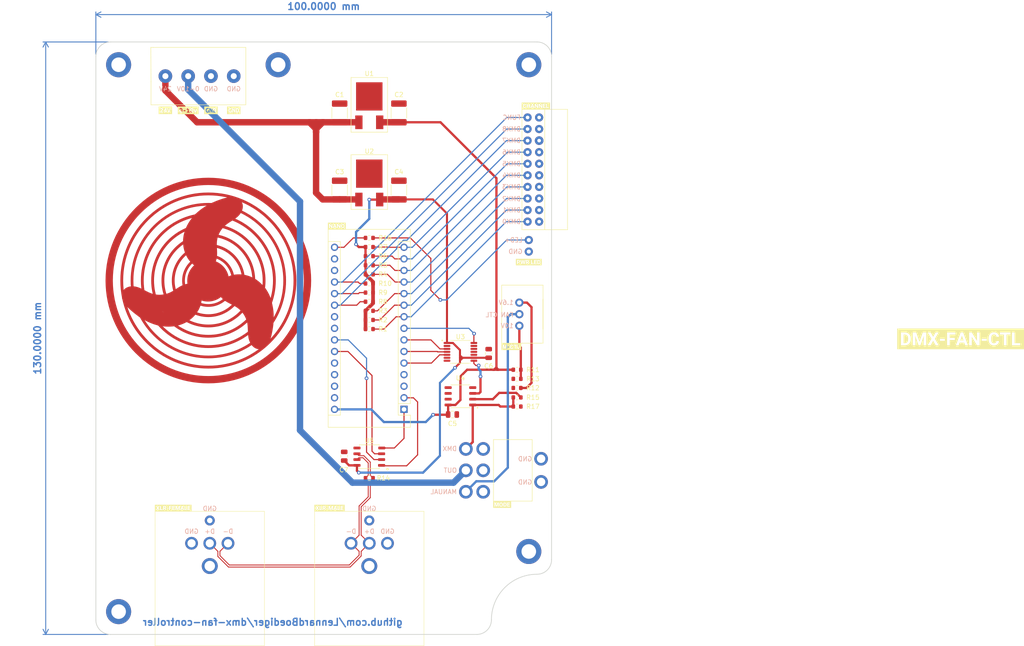
<source format=kicad_pcb>
(kicad_pcb (version 20211014) (generator pcbnew)
  (layers (0 "F.Cu" signal) (31 "B.Cu" signal) (34 "B.Paste" user) (35 "F.Paste" user) (36 "B.SilkS" user "B.Silkscreen") (37 "F.SilkS" user "F.Silkscreen") (38 "B.Mask" user) (39 "F.Mask" user) (44 "Edge.Cuts" user))
  (net 0 "")
  (net 1 "Net-(A1-Pad1)")
  (net 2 "Net-(A1-Pad2)")
  (net 3 "GND")
  (net 4 "Net-(A1-Pad5)")
  (net 5 "Net-(A1-Pad6)")
  (net 6 "Net-(A1-Pad7)")
  (net 7 "Net-(A1-Pad8)")
  (net 8 "DIP_1")
  (net 9 "DIP_2")
  (net 10 "DIP_3")
  (net 11 "DIP_4")
  (net 12 "DIP_5")
  (net 13 "DIP_6")
  (net 14 "DIP_7")
  (net 15 "Net-(A1-Pad16)")
  (net 16 "DIP_8")
  (net 17 "DIP_9")
  (net 18 "DIP_10")
  (net 19 "Net-(A1-Pad24)")
  (net 20 "Net-(A1-Pad25)")
  (net 21 "+12V")
  (net 22 "+24V")
  (net 23 "+5V")
  (net 24 "Net-(D1-Pad2)")
  (net 25 "Net-(J1-Pad3)")
  (net 26 "DMX_D-")
  (net 27 "DMX_D+")
  (net 28 "/+10v")
  (net 29 "Net-(R12-Pad2)")
  (net 30 "Net-(R15-Pad1)")
  (net 31 "0-10V_Fan_Control")
  (net 32 "1.6V-10V_2")
  (net 39 "Net-(U3-Pad14)")
  (footprint "LED_THT:LED_D3.0mm_Horizontal_O1.27mm_Z6.0mm" (layer "F.Cu") (at 155 71 90)
    (fp_text reference "D1" hide)
    (fp_text value "Red_Heatbeat_LED")
  )
  (footprint "MountingHole:MountingHole_3.2mm_M3_ISO14580_Pad_TopBottom" (layer "F.Cu") (at 65 150)
    (fp_text reference "H5" hide)
    (fp_text value "MountingHole")
  )
  (footprint "Capacitor_SMD:C_1812_4532Metric" (layer "F.Cu") (at 126.5 57.5 90)
    (fp_text reference "C4")
    (fp_text value "0.33 uF")
  )
  (footprint "Resistor_SMD:R_0603_1608Metric" (layer "F.Cu") (at 120 76)
    (fp_text reference "R4")
    (fp_text value "10KR")
  )
  (footprint "Capacitor_SMD:C_1812_4532Metric" (layer "F.Cu") (at 113.5 40.575 90)
    (fp_text reference "C1")
    (fp_text value "0.33 uF")
  )
  (footprint "MountingHole:MountingHole_3.2mm_M3_ISO14580_Pad_TopBottom" (layer "F.Cu") (at 155 136.8)
    (fp_text reference "H4" hide)
    (fp_text value "MountingHole")
  )
  (footprint "XLR_Connector:nc3fdm3-h" (layer "F.Cu") (at 120 135 180)
    (fp_text reference "J2" hide)
    (fp_text value "nc3fdm3-v")
  )
  (footprint "MountingHole:MountingHole_3.2mm_M3_ISO14580_Pad_TopBottom" (layer "F.Cu") (at 100 30)
    (fp_text reference "H2" hide)
    (fp_text value "MountingHole")
  )
  (footprint "kibuzzard-640DCC82" (layer "F.Cu") (at 112.875 65.375)
    (fp_text reference "kibuzzard-640DCC82" hide)
    (fp_text value "G***" hide)
  )
  (footprint "Resistor_SMD:R_0603_1608Metric" (layer "F.Cu") (at 120 86)
    (fp_text reference "R2")
    (fp_text value "10KR")
  )
  (footprint "Switch:WS-TOTV_6.35_Right_Angle_Toggle_Switch" (layer "F.Cu") (at 145 119 90)
    (fp_text reference "SW1" hide)
    (fp_text value "SW_SPDT")
  )
  (footprint "Resistor_SMD:R_0603_1608Metric" (layer "F.Cu") (at 152.425 105)
    (fp_text reference "R17")
    (fp_text value "1KR")
  )
  (footprint "kibuzzard-640DCC52" (layer "F.Cu") (at 155 73.3)
    (fp_text reference "kibuzzard-640DCC52" hide)
    (fp_text value "G***" hide)
  )
  (footprint "Voltage_Regulator:MC7812BDTG" (layer "F.Cu") (at 120 40.05 -90)
    (fp_text reference "U1")
    (fp_text value "MC7812BDTG")
  )
  (footprint "kibuzzard-640DCC68" (layer "F.Cu") (at 111.275 127.26)
    (fp_text reference "kibuzzard-640DCC68" hide)
    (fp_text value "G***" hide)
  )
  (footprint "Module:Arduino_Nano" (layer "F.Cu") (at 120 88 180)
    (fp_text reference "A1" hide)
    (fp_text value "Arduino_Nano_Every")
  )
  (footprint "Resistor_SMD:R_0603_1608Metric" (layer "F.Cu") (at 152.425 96.925)
    (fp_text reference "R11")
    (fp_text value "2KR")
  )
  (footprint "kibuzzard-63FA7528" (layer "F.Cu") (at 80.26 40)
    (fp_text reference "kibuzzard-63FA7528" hide)
    (fp_text value "G***" hide)
  )
  (footprint "MountingHole:MountingHole_3.2mm_M3_ISO14580_Pad_TopBottom" (layer "F.Cu") (at 65 30)
    (fp_text reference "H1" hide)
    (fp_text value "MountingHole")
  )
  (footprint "Capacitor_SMD:C_1812_4532Metric" (layer "F.Cu") (at 113.5 57.5 90)
    (fp_text reference "C3")
    (fp_text value "0.33 uF")
  )
  (footprint "Resistor_SMD:R_0603_1608Metric" (layer "F.Cu") (at 120 84)
    (fp_text reference "R3")
    (fp_text value "10KR")
  )
  (footprint "TerminalBlock:TerminalBlock_Altech_AK300-4_P5.00mm" (layer "F.Cu") (at 90.26 32.5 180)
    (fp_text reference "J1" hide)
    (fp_text value "Screw_Terminal_01x04")
  )
  (footprint "Resistor_SMD:R_0603_1608Metric" (layer "F.Cu") (at 120 74)
    (fp_text reference "R5")
    (fp_text value "10KR")
  )
  (footprint "Resistor_SMD:R_0603_1608Metric" (layer "F.Cu") (at 120 82 180)
    (fp_text reference "R8")
    (fp_text value "10KR")
  )
  (footprint "OpAmp:tlc272a" (layer "F.Cu") (at 140 102.75 180)
    (fp_text reference "U4")
    (fp_text value "TLC272")
  )
  (footprint "Capacitor_SMD:C_1812_4532Metric" (layer "F.Cu") (at 126.5 40.575 90)
    (fp_text reference "C2")
    (fp_text value "0.33 uF")
  )
  (footprint "Resistor_SMD:R_0603_1608Metric" (layer "F.Cu") (at 152.425 103 180)
    (fp_text reference "R15")
    (fp_text value "1KR")
  )
  (footprint "Voltage_Regulator:MC785BDTG" (layer "F.Cu") (at 120 57 -90)
    (fp_text reference "U2")
    (fp_text value "MC7805CDTG")
  )
  (footprint "Capacitor_SMD:C_0805_2012Metric" (layer "F.Cu") (at 138.25 106.75)
    (fp_text reference "C5")
    (fp_text value "0.1uC")
  )
  (footprint "MountingHole:MountingHole_3.2mm_M3_ISO14580_Pad_TopBottom" (layer "F.Cu") (at 155 30)
    (fp_text reference "H3" hide)
    (fp_text value "MountingHole")
  )
  (footprint "Resistor_SMD:R_0603_1608Metric" (layer "F.Cu") (at 152.425 98.925 180)
    (fp_text reference "R13")
    (fp_text value "10KR")
  )
  (footprint "Resistor_SMD:R_0603_1608Metric" (layer "F.Cu") (at 120 70)
    (fp_text reference "R7")
    (fp_text value "10KR")
  )
  (footprint "kibuzzard-640DCCF2" (layer "F.Cu") (at 249.75 90.15)
    (fp_text reference "kibuzzard-640DCCF2" hide)
    (fp_text value "G***" hide)
  )
  (footprint "Resistor_SMD:R_0603_1608Metric" (layer "F.Cu") (at 120 68 180)
    (fp_text reference "R16")
    (fp_text value "220R")
  )
  (footprint "Capacitor_SMD:C_0805_2012Metric" (layer "F.Cu") (at 114.5 115.9 90)
    (fp_text reference "C7")
    (fp_text value "0.1uC")
  )
  (footprint "DAC:MCP4912" (layer "F.Cu") (at 140 93)
    (fp_text reference "U3")
    (fp_text value "MCP4922")
  )
  (footprint "Capacitor_SMD:C_0805_2012Metric" (layer "F.Cu") (at 146.2 93.35 90)
    (fp_text reference "C6")
    (fp_text value "0.1uC")
  )
  (footprint "kibuzzard-63FA74BB" (layer "F.Cu") (at 85.26 40)
    (fp_text reference "kibuzzard-63FA74BB" hide)
    (fp_text value "G***" hide)
  )
  (footprint "kibuzzard-63FA74A1" (layer "F.Cu") (at 90.26 40)
    (fp_text reference "kibuzzard-63FA74A1" hide)
    (fp_text value "G***" hide)
  )
  (footprint "Resistor_SMD:R_0603_1608Metric" (layer "F.Cu") (at 120 72)
    (fp_text reference "R6")
    (fp_text value "10KR")
  )
  (footprint "Resistor_SMD:R_0603_1608Metric" (layer "F.Cu") (at 120 78 180)
    (fp_text reference "R10")
    (fp_text value "10KR")
  )
  (footprint "Potentiometer_THT:Potentiometer_Vishay_148-149_Single_Horizontal" (layer "F.Cu") (at 152.925 87.275)
    (fp_text reference "RV1" hide)
    (fp_text value "Linear_10KR_Potentiometer")
  )
  (footprint "kibuzzard-640DCC72" (layer "F.Cu") (at 151.175 91.88)
    (fp_text reference "kibuzzard-640DCC72" hide)
    (fp_text value "G***" hide)
  )
  (footprint "Resistor_SMD:R_0603_1608Metric" (layer "F.Cu") (at 152.425 100.925)
    (fp_text reference "R12")
    (fp_text value "2KR")
  )
  (footprint "XLR_Connector:nc3mdm3-h" (layer "F.Cu") (at 85 135 180)
    (fp_text reference "J3" hide)
    (fp_text value "nc3mdm3-v")
  )
  (footprint "RS-485_Tranceivers:MAX485E" (layer "F.Cu") (at 120 116 180)
    (fp_text reference "U5")
    (fp_text value "MAX485E")
  )
  (footprint "kibuzzard-640DCC79" (layer "F.Cu") (at 76.98 127.26)
    (fp_text reference "kibuzzard-640DCC79" hide)
    (fp_text value "G***" hide)
  )
  (footprint "kibuzzard-640DCC4D" (layer "F.Cu") (at 156.55 39.025)
    (fp_text reference "kibuzzard-640DCC4D" hide)
    (fp_text value "G***" hide)
  )
  (footprint "DIP_Switch:WS-DITU_Compact_THT_Right_Angled" (layer "F.Cu") (at 156 53 90)
    (fp_text reference "SW2" hide)
    (fp_text value "SW_DIP_x10")
  )
  (footprint "Resistor_SMD:R_0603_1608Metric" (layer "F.Cu") (at 120 80 180)
    (fp_text reference "R9")
    (fp_text value "10KR")
  )
  (footprint "Resistor_SMD:R_0603_1608Metric" (layer "F.Cu") (at 120 88)
    (fp_text reference "R1")
    (fp_text value "10KR")
  )
  (footprint "Resistor_SMD:R_0603_1608Metric" (layer "F.Cu") (at 120 120.7)
    (fp_text reference "R14")
    (fp_text value "120R")
  )
  (footprint "kibuzzard-63FA74F3" (layer "F.Cu") (at 75.26 40)
    (fp_text reference "kibuzzard-63FA74F3" hide)
    (fp_text value "G***" hide)
  )
  (footprint "kibuzzard-640DCC6D" (layer "F.Cu") (at 149.16 126.51)
    (fp_text reference "kibuzzard-640DCC6D" hide)
    (fp_text value "G***" hide)
  )
  (gr_poly (pts (xy 85.071962 69.877383) (xy 85.450992 69.906403) (xy 85.824645 69.954186) (xy 86.192444 70.020253) (xy 86.480737 70.087148) (xy 86.484421 70.177059) (xy 86.516766 70.873337) (xy 86.526217 71.221475) (xy 86.525432 71.569614) (xy 86.51531 71.774281) (xy 86.498844 71.981214) (xy 86.496412 72.002536) (xy 86.374502 71.961112) (xy 86.105453 71.884375) (xy 85.83112 71.820773) (xy 85.551858 71.770669) (xy 85.26802 71.73443) (xy 84.979961 71.712419) (xy 84.688035 71.705001) (xy 84.397831 71.712419) (xy 84.111276 71.73443) (xy 83.828737 71.770669) (xy 83.550577 71.820773) (xy 83.277161 71.884375) (xy 83.008855 71.961112) (xy 82.746022 72.050618) (xy 82.489029 72.152529) (xy 82.238239 72.266481) (xy 81.994017 72.392108) (xy 81.756729 72.529046) (xy 81.526739 72.67693) (xy 81.304411 72.835396) (xy 81.090112 73.004078) (xy 80.884204 73.182613) (xy 80.840855 73.223955) (xy 80.775781 73.154569) (xy 80.524782 72.84625) (xy 80.295428 72.521762) (xy 80.087833 72.182661) (xy 79.90211 71.830505) (xy 79.827899 71.665688) (xy 79.925033 71.581377) (xy 80.207701 71.358763) (xy 80.501093 71.149653) (xy 80.80474 70.954523) (xy 81.118174 70.773853) (xy 81.44093 70.608121) (xy 81.772539 70.457804) (xy 82.112534 70.32338) (xy 82.460447 70.205329) (xy 82.815811 70.104127) (xy 83.178158 70.020253) (xy 83.547022 69.954186) (xy 83.921934 69.906403) (xy 84.302428 69.877383) (xy 84.688035 69.867603)) (layer "F.Cu") (width 0.17) (fill solid))
  (gr_poly (pts (xy 67.814263 79.101619) (xy 67.922217 79.948749) (xy 68.071497 80.782552) (xy 68.261036 81.601949) (xy 68.489762 82.40586) (xy 68.756608 83.193204) (xy 69.060503 83.962901) (xy 69.400378 84.713871) (xy 69.727753 85.352543) (xy 69.625784 85.285966) (xy 69.296699 85.058936) (xy 68.973057 84.823746) (xy 68.654858 84.58085) (xy 68.342102 84.330701) (xy 68.034791 84.073752) (xy 67.732924 83.810457) (xy 67.436502 83.541269) (xy 67.227481 83.343513) (xy 67.022754 83.140976) (xy 66.922782 83.03756) (xy 66.824821 82.932524) (xy 66.729184 82.825726) (xy 66.723933 82.819589) (xy 66.151053 82.016913) (xy 65.855061 81.221391) (xy 65.832934 80.226051) (xy 66.05474 79.653715) (xy 66.101746 79.576576) (xy 66.163669 79.491911) (xy 66.229599 79.411942) (xy 66.299353 79.336605) (xy 66.372746 79.265836) (xy 66.449594 79.199572) (xy 66.529713 79.137749) (xy 66.612919 79.080303) (xy 66.699027 79.027171) (xy 66.787854 78.978289) (xy 66.879216 78.933592) (xy 67.068805 78.856502) (xy 67.266322 78.795391) (xy 67.470294 78.749749) (xy 67.679246 78.719066) (xy 67.784468 78.711026)) (layer "F.Cu") (width 0.17) (fill solid))
  (gr_poly (pts (xy 81.734597 63.019851) (xy 81.46336 63.316147) (xy 81.321618 63.48363) (xy 81.124706 63.529179) (xy 80.447812 63.721787) (xy 79.784949 63.946486) (xy 79.13702 64.202373) (xy 78.504928 64.488546) (xy 77.889576 64.804102) (xy 77.291867 65.148137) (xy 76.712704 65.519748) (xy 76.152991 65.918033) (xy 75.613629 66.342088) (xy 75.095523 66.791011) (xy 74.599575 67.263898) (xy 74.126689 67.759846) (xy 73.677766 68.277952) (xy 73.253711 68.817314) (xy 72.855426 69.377027) (xy 72.483815 69.95619) (xy 72.13978 70.553899) (xy 71.824225 71.169251) (xy 71.538052 71.801343) (xy 71.282164 72.449272) (xy 71.057465 73.112136) (xy 70.864858 73.78903) (xy 70.705245 74.479052) (xy 70.57953 75.181299) (xy 70.488615 75.894868) (xy 70.433404 76.618856) (xy 70.4148 77.352359) (xy 70.433404 78.085864) (xy 70.488615 78.809853) (xy 70.578355 79.514203) (xy 70.31152 79.377013) (xy 70.09946 79.273616) (xy 70.046219 78.856284) (xy 69.989178 78.109261) (xy 69.969955 77.352359) (xy 69.989122 76.59716) (xy 70.046004 75.851625) (xy 70.139674 75.116693) (xy 70.269203 74.393302) (xy 70.433663 73.682391) (xy 70.632128 72.984899) (xy 70.863668 72.301764) (xy 71.127357 71.633923) (xy 71.422266 70.982317) (xy 71.747468 70.347882) (xy 72.102035 69.731558) (xy 72.485038 69.134283) (xy 72.895551 68.556996) (xy 73.332645 68.000634) (xy 73.795393 67.466137) (xy 74.282866 66.954442) (xy 74.794137 66.466489) (xy 75.328278 66.003215) (xy 75.884362 65.56556) (xy 76.46146 65.154461) (xy 77.058644 64.770857) (xy 77.674988 64.415687) (xy 78.309562 64.089888) (xy 78.96144 63.7944) (xy 79.629692 63.53016) (xy 80.313393 63.298108) (xy 81.011613 63.099181) (xy 81.723425 62.934319) (xy 81.839777 62.913463)) (layer "F.Cu") (width 0.17) (fill solid))
  (gr_poly (pts (xy 85.443256 62.653445) (xy 86.188811 62.710327) (xy 86.923761 62.803996) (xy 87.647169 62.933525) (xy 88.358096 63.097986) (xy 89.055603 63.29645) (xy 89.738752 63.527991) (xy 90.583007 63.660958) (xy 89.714292 64.239583) (xy 89.361054 64.465481) (xy 89.01167 64.697724) (xy 88.83991 64.818209) (xy 88.670898 64.94266) (xy 88.505229 65.071871) (xy 88.343498 65.206635) (xy 88.152018 65.381533) (xy 88.144436 65.389153) (xy 87.796545 65.290101) (xy 87.194543 65.150755) (xy 86.581901 65.040999) (xy 85.959409 64.961625) (xy 85.327858 64.913421) (xy 84.688035 64.897178) (xy 84.048233 64.913421) (xy 83.416701 64.961625) (xy 82.794228 65.040999) (xy 82.181603 65.150755) (xy 81.579617 65.290101) (xy 80.989058 65.458249) (xy 80.410718 65.654409) (xy 79.845385 65.877791) (xy 79.836027 65.882029) (xy 79.93437 65.652747) (xy 80.108033 65.294192) (xy 80.297845 64.943086) (xy 80.50307 64.59991) (xy 80.722971 64.265146) (xy 80.95681 63.939276) (xy 81.203852 63.622782) (xy 82.016827 62.734378) (xy 82.447901 62.804458) (xy 83.184113 62.710539) (xy 83.931134 62.6535) (xy 84.688035 62.634278)) (layer "F.Cu") (width 0.17) (fill solid))
  (gr_poly (pts (xy 69.960311 85.504383) (xy 70.300282 85.713735) (xy 70.470848 85.812413) (xy 70.546852 85.944553) (xy 70.9771 86.615494) (xy 71.438258 87.263855) (xy 71.929283 87.888596) (xy 72.449135 88.488674) (xy 72.996771 89.06305) (xy 73.571151 89.61068) (xy 74.171234 90.130526) (xy 74.795978 90.621544) (xy 75.444342 91.082695) (xy 76.115284 91.512937) (xy 76.807763 91.911229) (xy 77.520739 92.276529) (xy 78.25317 92.607798) (xy 79.004014 92.903992) (xy 79.77223 93.164072) (xy 80.556778 93.386996) (xy 81.356615 93.571723) (xy 82.1707 93.717212) (xy 82.997993 93.822422) (xy 83.837452 93.886312) (xy 84.688035 93.907839) (xy 85.536938 93.886312) (xy 86.37493 93.822422) (xy 87.200961 93.717212) (xy 88.013978 93.571723) (xy 88.81293 93.386996) (xy 89.596764 93.164072) (xy 90.36443 92.903992) (xy 91.114874 92.607798) (xy 91.847045 92.276529) (xy 92.559892 91.911229) (xy 93.252361 91.512937) (xy 93.923403 91.082695) (xy 93.982364 91.040772) (xy 94.08346 91.21281) (xy 94.203495 91.389475) (xy 94.208154 91.395397) (xy 94.160027 91.429664) (xy 93.471708 91.871665) (xy 92.761422 92.280897) (xy 92.03025 92.656281) (xy 91.279272 92.996736) (xy 90.509567 93.301183) (xy 89.722216 93.568541) (xy 88.918299 93.797731) (xy 88.098897 93.987672) (xy 87.265089 94.137284) (xy 86.417956 94.245487) (xy 85.558578 94.311201) (xy 84.688035 94.333345) (xy 83.815812 94.311201) (xy 82.954969 94.245487) (xy 82.106577 94.137284) (xy 81.271705 93.987672) (xy 80.451423 93.797731) (xy 79.646799 93.568541) (xy 78.858904 93.301183) (xy 78.088806 92.996736) (xy 77.337577 92.656281) (xy 76.606284 92.280897) (xy 75.895998 91.871665) (xy 75.207787 91.429664) (xy 74.542723 90.955976) (xy 73.901873 90.45168) (xy 73.286308 89.917856) (xy 72.697098 89.355584) (xy 72.135311 88.765944) (xy 71.602017 88.150017) (xy 71.098286 87.508882) (xy 70.625187 86.84362) (xy 70.183789 86.155311) (xy 69.775163 85.445035) (xy 69.727753 85.352543)) (layer "F.Cu") (width 0.17) (fill solid))
  (gr_poly (pts (xy 91.829098 76.08662) (xy 92.067507 76.11044) (xy 92.086435 76.215808) (xy 92.134218 76.589443) (xy 92.163238 76.968453) (xy 92.173018 77.352359) (xy 92.163293 77.736286) (xy 92.13443 78.115315) (xy 92.086897 78.488968) (xy 92.021161 78.856768) (xy 91.937689 79.218234) (xy 91.836949 79.572891) (xy 91.719408 79.92026) (xy 91.585534 80.259862) (xy 91.435794 80.591219) (xy 91.270657 80.913854) (xy 91.090588 81.227289) (xy 90.896056 81.531044) (xy 90.687529 81.824643) (xy 90.465473 82.107607) (xy 90.230356 82.379457) (xy 89.997501 82.624109) (xy 89.934293 82.591196) (xy 89.317192 82.275435) (xy 89.011588 82.1109) (xy 88.860514 82.025085) (xy 88.71097 81.936187) (xy 88.620781 81.880888) (xy 88.531612 81.823805) (xy 88.443576 81.764965) (xy 88.356787 81.704396) (xy 88.340377 81.692435) (xy 88.49206 81.560913) (xy 88.689216 81.37288) (xy 88.877249 81.175724) (xy 89.055794 80.969811) (xy 89.224487 80.755504) (xy 89.382963 80.533169) (xy 89.530857 80.30317) (xy 89.667805 80.065872) (xy 89.793441 79.82164) (xy 89.907401 79.570838) (xy 90.00932 79.313832) (xy 90.098833 79.050986) (xy 90.175576 78.782665) (xy 90.239183 78.509234) (xy 90.289291 78.231057) (xy 90.325534 77.948499) (xy 90.347547 77.661926) (xy 90.354965 77.371701) (xy 90.347602 77.081476) (xy 90.325746 76.794905) (xy 90.289753 76.51235) (xy 90.239977 76.234177) (xy 90.228639 76.18513) (xy 90.251604 76.179835) (xy 90.642579 76.117651) (xy 91.036727 76.081783) (xy 91.432687 76.071637)) (layer "F.Cu") (width 0.17) (fill solid))
  (gr_poly (pts (xy 88.387118 65.458249) (xy 88.965472 65.654409) (xy 89.530818 65.877791) (xy 90.082365 66.127605) (xy 90.619325 66.403062) (xy 91.140907 66.703372) (xy 91.646322 67.027745) (xy 92.13478 67.375392) (xy 92.605492 67.745522) (xy 93.057667 68.137347) (xy 93.490517 68.550077) (xy 93.903251 68.982921) (xy 94.29508 69.43509) (xy 94.665214 69.905795) (xy 95.012864 70.394245) (xy 95.33724 70.899651) (xy 95.637552 71.421224) (xy 95.913011 71.958173) (xy 96.162826 72.509709) (xy 96.386209 73.075042) (xy 96.58237 73.653382) (xy 96.750518 74.243941) (xy 96.889865 74.845927) (xy 96.99962 75.458552) (xy 97.078995 76.081025) (xy 97.127198 76.712558) (xy 97.143442 77.352359) (xy 97.127198 77.992181) (xy 97.078995 78.623733) (xy 97.027342 79.028817) (xy 96.922181 78.887699) (xy 96.669892 78.580512) (xy 96.638768 78.546142) (xy 96.682922 77.968764) (xy 96.698604 77.352359) (xy 96.682922 76.735955) (xy 96.636388 76.127453) (xy 96.559765 75.52762) (xy 96.453819 74.937221) (xy 96.319315 74.357019) (xy 96.157018 73.787781) (xy 95.967693 73.230271) (xy 95.752104 72.685254) (xy 95.511018 72.153495) (xy 95.245198 71.63576) (xy 94.95541 71.132812) (xy 94.64242 70.645418) (xy 94.30699 70.174343) (xy 93.949888 69.72035) (xy 93.571878 69.284205) (xy 93.173724 68.866674) (xy 92.756193 68.468521) (xy 92.320048 68.090511) (xy 91.866055 67.733409) (xy 91.394978 67.39798) (xy 90.907584 67.08499) (xy 90.404636 66.795202) (xy 89.886901 66.529383) (xy 89.355142 66.288297) (xy 88.810125 66.072709) (xy 88.252614 65.883384) (xy 87.798456 65.753897) (xy 87.969406 65.56504) (xy 88.144436 65.389153)) (layer "F.Cu") (width 0.17) (fill solid))
  (gr_poly (pts (xy 68.321257 78.711672) (xy 68.535401 78.735726) (xy 68.74716 78.772189) (xy 68.955061 78.820551) (xy 69.15763 78.880303) (xy 69.355564 78.949276) (xy 69.550722 79.025021) (xy 69.7435 79.106602) (xy 69.934294 79.193084) (xy 70.09946 79.273616) (xy 70.140141 79.592499) (xy 70.270005 80.316979) (xy 70.434872 81.028796) (xy 70.633805 81.727022) (xy 70.865863 82.41073) (xy 71.130109 83.07899) (xy 71.425604 83.730876) (xy 71.751409 84.365459) (xy 72.106587 84.981812) (xy 72.490198 85.579006) (xy 72.901304 86.156114) (xy 73.338966 86.712208) (xy 73.697878 87.126027) (xy 73.603831 87.105194) (xy 73.215795 87.003469) (xy 72.832428 86.887266) (xy 72.454371 86.75407) (xy 72.081754 86.608634) (xy 71.714578 86.451413) (xy 71.352842 86.282859) (xy 70.996547 86.103426) (xy 70.645693 85.913567) (xy 69.625784 85.285966) (xy 69.296699 85.058936) (xy 69.400378 84.713871) (xy 69.060503 83.962901) (xy 68.756608 83.193204) (xy 68.489762 82.40586) (xy 68.261036 81.601949) (xy 68.071497 80.782552) (xy 67.922217 79.948749) (xy 67.814263 79.101619) (xy 67.784468 78.711026)) (layer "F.Cu") (width 0.17) (fill solid))
  (gr_poly (pts (xy 85.843253 54.907962) (xy 86.983452 54.994866) (xy 88.107211 55.137972) (xy 89.213112 55.335858) (xy 90.299732 55.587105) (xy 91.365653 55.890292) (xy 92.409455 56.244) (xy 93.429717 56.646809) (xy 94.425019 57.097298) (xy 95.393941 57.594049) (xy 96.335063 58.135639) (xy 97.246965 58.72065) (xy 98.128227 59.347662) (xy 98.977429 60.015254) (xy 99.793151 60.722007) (xy 100.573972 61.4665) (xy 101.318473 62.247314) (xy 102.025233 63.063028) (xy 102.692833 63.912223) (xy 103.319852 64.793478) (xy 103.90487 65.705373) (xy 104.446467 66.646489) (xy 104.943224 67.615405) (xy 105.393719 68.610701) (xy 105.796533 69.630958) (xy 106.150246 70.674754) (xy 106.453438 71.740671) (xy 106.704688 72.827289) (xy 106.902577 73.933186) (xy 107.045685 75.056944) (xy 107.132591 76.197141) (xy 107.161875 77.352359) (xy 107.132536 78.507578) (xy 107.045472 79.647777) (xy 106.902115 80.771536) (xy 106.703895 81.877437) (xy 106.452243 82.964058) (xy 106.148589 84.029979) (xy 105.794364 85.07378) (xy 105.390999 86.094042) (xy 104.939925 87.089344) (xy 104.442572 88.058267) (xy 103.900371 88.999389) (xy 103.314753 89.911291) (xy 102.687148 90.792553) (xy 102.018987 91.641755) (xy 101.311701 92.457476) (xy 100.56672 93.238298) (xy 99.785476 93.982798) (xy 98.969398 94.689558) (xy 98.119919 95.357158) (xy 97.238467 95.984177) (xy 96.326475 96.569195) (xy 95.385372 97.110792) (xy 94.41659 97.607548) (xy 93.421558 98.058044) (xy 92.401709 98.460858) (xy 91.358472 98.814571) (xy 90.293279 99.117762) (xy 89.207559 99.369013) (xy 88.102745 99.566902) (xy 86.980265 99.710009) (xy 85.841552 99.796915) (xy 84.688035 99.826199) (xy 83.532837 99.796915) (xy 82.392658 99.710009) (xy 81.268916 99.566902) (xy 80.163033 99.369013) (xy 79.076427 99.117762) (xy 78.010521 98.814571) (xy 76.966733 98.460858) (xy 75.946483 98.058044) (xy 74.951193 97.607548) (xy 73.982281 97.110792) (xy 73.041168 96.569195) (xy 72.129275 95.984177) (xy 71.248021 95.357158) (xy 70.398826 94.689558) (xy 69.583111 93.982798) (xy 68.802295 93.238298) (xy 68.0578 92.457476) (xy 67.351044 91.641755) (xy 66.683448 90.792553) (xy 66.056433 89.911291) (xy 65.471417 88.999389) (xy 64.929822 88.058267) (xy 64.433068 87.089344) (xy 63.982574 86.094042) (xy 63.579761 85.07378) (xy 63.226049 84.029979) (xy 62.922858 82.964058) (xy 62.671608 81.877437) (xy 62.473719 80.771536) (xy 62.330612 79.647777) (xy 62.243706 78.507578) (xy 62.214422 77.352359) (xy 63.645658 77.352359) (xy 63.673087 78.433704) (xy 63.754487 79.501024) (xy 63.888525 80.552988) (xy 64.07387 81.588266) (xy 64.309192 82.605524) (xy 64.593157 83.603433) (xy 64.924434 84.580659) (xy 65.301693 85.535872) (xy 65.7236 86.46774) (xy 66.188826 87.374932) (xy 66.696037 88.256115) (xy 67.243903 89.109959) (xy 67.831092 89.935132) (xy 68.456273 90.730302) (xy 69.118113 91.494138) (xy 69.815281 92.225308) (xy 70.546446 92.922481) (xy 71.310276 93.584326) (xy 72.10544 94.209509) (xy 72.930605 94.796701) (xy 73.78444 95.34457) (xy 74.665615 95.851784) (xy 75.572796 96.317011) (xy 76.504653 96.73892) (xy 77.459853 97.116179) (xy 78.437066 97.447457) (xy 79.43496 97.731423) (xy 80.452203 97.966744) (xy 81.487464 98.15209) (xy 82.53941 98.286128) (xy 83.606711 98.367527) (xy 84.688035 98.394956) (xy 85.769379 98.367527) (xy 86.8367 98.286128) (xy 87.888664 98.15209) (xy 88.923942 97.966744) (xy 89.941201 97.731423) (xy 90.939109 97.447457) (xy 91.916336 97.116179) (xy 92.871549 96.73892) (xy 93.803417 96.317011) (xy 94.710609 95.851784) (xy 95.591793 95.34457) (xy 96.445637 94.796701) (xy 97.27081 94.209509) (xy 98.065981 93.584326) (xy 98.829817 92.922481) (xy 99.560987 92.225308) (xy 100.258161 91.494138) (xy 100.920005 90.730302) (xy 101.545189 89.935132) (xy 102.132382 89.109959) (xy 102.68025 88.256115) (xy 103.187464 87.374932) (xy 103.652692 86.46774) (xy 104.074601 85.535872) (xy 104.45186 84.580659) (xy 104.783139 83.603433) (xy 105.067105 82.605524) (xy 105.302426 81.588266) (xy 105.487772 80.552988) (xy 105.62181 79.501024) (xy 105.70321 78.433704) (xy 105.730639 77.352359) (xy 105.70321 76.271015) (xy 105.62181 75.203697) (xy 105.487772 74.151734) (xy 105.302426 73.116459) (xy 105.067105 72.099204) (xy 104.783139 71.101299) (xy 104.45186 70.124077) (xy 104.074601 69.168868) (xy 103.652692 68.237005) (xy 103.187464 67.329819) (xy 102.68025 66.44864) (xy 102.132382 65.594802) (xy 101.545189 64.769635) (xy 100.920005 63.974471) (xy 100.258161 63.21064) (xy 99.560987 62.479476) (xy 98.829817 61.782309) (xy 98.065981 61.120471) (xy 97.27081 60.495293) (xy 96.445637 59.908107) (xy 95.591793 59.360244) (xy 94.710609 58.853035) (xy 93.803417 58.387813) (xy 92.871549 57.965909) (xy 91.916336 57.588654) (xy 90.939109 57.257379) (xy 89.941201 56.973417) (xy 88.923942 56.738099) (xy 87.888664 56.552755) (xy 86.8367 56.418719) (xy 85.769379 56.33732) (xy 84.688035 56.309892) (xy 83.606711 56.33732) (xy 82.53941 56.418719) (xy 81.487464 56.552755) (xy 80.452203 56.738099) (xy 79.43496 56.973417) (xy 78.437066 57.257379) (xy 77.459853 57.588654) (xy 76.504653 57.965909) (xy 75.572796 58.387813) (xy 74.665615 58.853035) (xy 73.78444 59.360244) (xy 72.930605 59.908107) (xy 72.10544 60.495293) (xy 71.310276 61.120471) (xy 70.546446 61.782309) (xy 69.815281 62.479476) (xy 69.118113 63.21064) (xy 68.456273 63.974471) (xy 67.831092 64.769635) (xy 67.243903 65.594802) (xy 66.696037 66.44864) (xy 66.188826 67.329819) (xy 65.7236 68.237005) (xy 65.301693 69.168868) (xy 64.924434 70.124077) (xy 64.593157 71.101299) (xy 64.309192 72.099204) (xy 64.07387 73.116459) (xy 63.888525 74.151734) (xy 63.754487 75.203697) (xy 63.673087 76.271015) (xy 63.645658 77.352359) (xy 62.214422 77.352359) (xy 62.243706 76.197141) (xy 62.330612 75.056944) (xy 62.473719 73.933186) (xy 62.671608 72.827289) (xy 62.922858 71.740671) (xy 63.226049 70.674754) (xy 63.579761 69.630958) (xy 63.982574 68.610701) (xy 64.433068 67.615405) (xy 64.929822 66.646489) (xy 65.471417 65.705373) (xy 66.056433 64.793478) (xy 66.683448 63.912223) (xy 67.351044 63.063028) (xy 68.0578 62.247314) (xy 68.802295 61.4665) (xy 69.583111 60.722007) (xy 70.398826 60.015254) (xy 71.248021 59.347662) (xy 72.129275 58.72065) (xy 73.041168 58.135639) (xy 73.982281 57.594049) (xy 74.951193 57.097298) (xy 75.946483 56.646809) (xy 76.966733 56.244) (xy 78.010521 55.890292) (xy 79.076427 55.587105) (xy 80.163033 55.335858) (xy 81.268916 55.137972) (xy 82.392658 54.994866) (xy 83.532837 54.907962) (xy 84.688035 54.878678)) (layer "F.Cu") (width 0.17) (fill solid))
  (gr_poly (pts (xy 79.136323 78.509234) (xy 79.199528 78.782665) (xy 79.275808 79.050986) (xy 79.364808 79.313832) (xy 79.466175 79.570838) (xy 79.579555 79.82164) (xy 79.704592 80.065872) (xy 79.840933 80.30317) (xy 79.988224 80.533169) (xy 80.146111 80.755504) (xy 80.314238 80.969811) (xy 80.492253 81.175724) (xy 80.679801 81.37288) (xy 80.876528 81.560913) (xy 81.082079 81.739458) (xy 81.296101 81.908151) (xy 81.518239 82.066627) (xy 81.748139 82.214521) (xy 81.985447 82.351468) (xy 82.229808 82.477104) (xy 82.480869 82.591064) (xy 82.738275 82.692983) (xy 82.896386 82.746715) (xy 82.863103 82.857482) (xy 82.723126 83.22711) (xy 82.55833 83.58639) (xy 82.369963 83.934444) (xy 82.15927 84.270395) (xy 82.088517 84.368989) (xy 81.809451 84.738396) (xy 81.605084 84.657642) (xy 81.253952 84.498595) (xy 80.912105 84.323223) (xy 80.580046 84.132028) (xy 80.258277 83.925514) (xy 79.947302 83.704182) (xy 79.647623 83.468536) (xy 79.359744 83.219079) (xy 79.084167 82.956312) (xy 78.821395 82.68074) (xy 78.336279 82.09319) (xy 78.11494 81.782217) (xy 77.908419 81.460449) (xy 77.717217 81.12839) (xy 77.541838 80.786541) (xy 77.382784 80.435406) (xy 77.24056 80.075488) (xy 77.154851 79.588516) (xy 77.485955 79.37925) (xy 78.036756 79.02415) (xy 78.333142 78.840864) (xy 78.483064 78.752677) (xy 78.634515 78.66755) (xy 78.818444 78.575265) (xy 79.007133 78.487739) (xy 79.123648 78.438399)) (layer "F.Cu") (width 0.17) (fill solid))
  (gr_poly (pts (xy 85.655818 60.319084) (xy 86.421182 60.497939) (xy 87.26961 60.606141) (xy 88.104516 60.755753) (xy 88.924831 60.945693) (xy 89.729484 61.174882) (xy 90.517406 61.442239) (xy 91.287528 61.746685) (xy 91.958457 62.050739) (xy 91.751766 62.45005) (xy 91.634459 62.630354) (xy 91.506497 62.803746) (xy 91.36907 62.969234) (xy 91.223367 63.125826) (xy 91.070577 63.272532) (xy 90.912247 63.407296) (xy 90.749525 63.536507) (xy 90.583007 63.660958) (xy 90.413287 63.781443) (xy 90.401195 63.789544) (xy 89.738752 63.527991) (xy 89.055603 63.29645) (xy 88.358096 63.097986) (xy 87.647169 62.933525) (xy 86.923761 62.803996) (xy 86.188811 62.710327) (xy 85.443256 62.653445) (xy 84.688035 62.634278) (xy 83.931134 62.6535) (xy 83.184113 62.710539) (xy 82.447901 62.804458) (xy 81.839777 62.913463) (xy 82.016827 62.734378) (xy 82.309313 62.460208) (xy 82.611095 62.200868) (xy 82.921465 61.952184) (xy 83.239944 61.713927) (xy 83.566048 61.485873) (xy 83.899295 61.267793) (xy 84.239205 61.059462) (xy 84.585293 60.860652) (xy 84.629052 60.837079) (xy 84.688035 60.835583)) (layer "F.Cu") (width 0.17) (fill solid))
  (gr_poly (pts (xy 98.60984 82.458057) (xy 98.69072 82.844989) (xy 98.766957 83.237764) (xy 98.829169 83.632484) (xy 98.877839 84.028838) (xy 98.913448 84.426517) (xy 98.936477 84.825208) (xy 98.947409 85.224603) (xy 98.946725 85.62439) (xy 98.943337 85.739022) (xy 98.82494 85.944553) (xy 98.394088 86.615494) (xy 97.932341 87.263855) (xy 97.44075 87.888596) (xy 96.920369 88.488674) (xy 96.372247 89.06305) (xy 95.797438 89.61068) (xy 95.196993 90.130526) (xy 94.571964 90.621544) (xy 93.982364 91.040772) (xy 93.974417 91.027248) (xy 93.87665 90.834346) (xy 93.790444 90.635663) (xy 93.716083 90.432758) (xy 93.653851 90.22719) (xy 93.604034 90.020515) (xy 93.564647 89.813373) (xy 93.532826 89.605438) (xy 93.507522 89.396823) (xy 93.487687 89.187642) (xy 93.484554 89.139752) (xy 94.033702 88.707884) (xy 94.567679 88.245126) (xy 95.0789 87.757642) (xy 95.566434 87.24636) (xy 96.029356 86.712208) (xy 96.466737 86.156114) (xy 96.87765 85.579006) (xy 97.261166 84.981812) (xy 97.616358 84.365459) (xy 97.942299 83.730876) (xy 98.238059 83.07899) (xy 98.502713 82.41073) (xy 98.557209 82.250556)) (layer "F.Cu") (width 0.17) (fill solid))
  (gr_poly (pts (xy 90.241256 82.751034) (xy 90.402835 82.840063) (xy 90.291988 82.956312) (xy 90.016416 83.219079) (xy 89.728541 83.468536) (xy 89.428865 83.704182) (xy 89.117893 83.925514) (xy 88.796125 84.132028) (xy 88.464065 84.323223) (xy 88.122217 84.498595) (xy 87.771082 84.657642) (xy 87.411164 84.79986) (xy 87.042965 84.924747) (xy 86.666988 85.0318) (xy 86.283737 85.120517) (xy 85.893713 85.190394) (xy 85.497419 85.240928) (xy 85.095359 85.271618) (xy 84.688035 85.281959) (xy 84.280731 85.271618) (xy 83.878688 85.240928) (xy 83.48241 85.190394) (xy 83.092399 85.120517) (xy 82.709157 85.0318) (xy 82.333189 84.924747) (xy 81.964997 84.79986) (xy 81.809451 84.738396) (xy 81.927499 84.593366) (xy 82.088517 84.368989) (xy 82.120281 84.381563) (xy 82.467629 84.499615) (xy 82.822265 84.600818) (xy 83.183711 84.684692) (xy 83.55149 84.750759) (xy 83.925122 84.798542) (xy 84.304129 84.827563) (xy 84.688035 84.837342) (xy 85.073664 84.827563) (xy 85.454178 84.798542) (xy 85.829112 84.750759) (xy 86.197996 84.684692) (xy 86.560365 84.600818) (xy 86.915749 84.499615) (xy 87.263683 84.381563) (xy 87.603697 84.247138) (xy 87.935326 84.09682) (xy 88.258101 83.931085) (xy 88.571555 83.750413) (xy 88.87522 83.555281) (xy 89.168629 83.346167) (xy 89.451315 83.12355) (xy 89.722809 82.887907) (xy 89.982645 82.639717) (xy 89.997501 82.624109)) (layer "F.Cu") (width 0.17) (fill solid))
  (gr_poly (pts (xy 81.048313 73.44516) (xy 81.133491 73.523778) (xy 80.98684 73.663253) (xy 80.812973 73.845138) (xy 80.647885 74.035197) (xy 80.491912 74.233103) (xy 80.345391 74.43853) (xy 80.208658 74.651152) (xy 80.082049 74.870644) (xy 79.965901 75.09668) (xy 79.860551 75.328933) (xy 79.766335 75.567078) (xy 79.683589 75.81079) (xy 79.61265 76.059742) (xy 79.553855 76.313608) (xy 79.50754 76.572063) (xy 79.47404 76.834781) (xy 79.453694 77.101435) (xy 79.446837 77.371701) (xy 79.453639 77.641987) (xy 79.473828 77.90866) (xy 79.507077 78.171396) (xy 79.527601 78.286754) (xy 79.495217 78.297187) (xy 79.39607 78.331501) (xy 79.199902 78.406107) (xy 79.123648 78.438399) (xy 79.086547 78.231057) (xy 79.050554 77.948499) (xy 79.028699 77.661926) (xy 79.021335 77.371701) (xy 79.028754 77.081476) (xy 79.050767 76.794905) (xy 79.087009 76.51235) (xy 79.137116 76.234177) (xy 79.200723 75.960751) (xy 79.277465 75.692436) (xy 79.366978 75.429597) (xy 79.468895 75.172599) (xy 79.582854 74.921806) (xy 79.708488 74.677582) (xy 79.845433 74.440294) (xy 79.993324 74.210305) (xy 80.151797 73.987979) (xy 80.320486 73.773683) (xy 80.499027 73.56778) (xy 80.687054 73.370635) (xy 80.840855 73.223955)) (layer "F.Cu") (width 0.17) (fill solid))
  (gr_poly (pts (xy 85.327858 64.913421) (xy 85.959409 64.961625) (xy 86.581901 65.040999) (xy 87.194543 65.150755) (xy 88.144436 65.389153) (xy 87.798456 65.753897) (xy 87.795917 65.756702) (xy 87.631806 65.956066) (xy 87.477328 66.162681) (xy 87.332737 66.376093) (xy 87.19829 66.59585) (xy 87.07424 66.8215) (xy 86.960842 67.052589) (xy 86.858353 67.288665) (xy 86.821642 67.385385) (xy 87.234992 67.480814) (xy 87.718631 67.618189) (xy 88.19219 67.778463) (xy 88.655028 67.960995) (xy 89.106504 68.165143) (xy 89.545978 68.390267) (xy 89.972809 68.635726) (xy 90.386355 68.900878) (xy 90.785976 69.185082) (xy 91.17103 69.487699) (xy 91.540878 69.808085) (xy 91.894877 70.145601) (xy 92.232387 70.499605) (xy 92.552768 70.869457) (xy 92.855378 71.254515) (xy 93.139575 71.654138) (xy 93.404721 72.067685) (xy 93.650172 72.494515) (xy 93.875289 72.933987) (xy 94.079431 73.385461) (xy 94.261956 73.848294) (xy 94.422225 74.321846) (xy 94.559594 74.805477) (xy 94.673425 75.298544) (xy 94.763076 75.800406) (xy 94.827906 76.310424) (xy 94.867273 76.827955) (xy 94.872944 77.052116) (xy 95.192683 77.254169) (xy 95.518797 77.487746) (xy 95.827466 77.738727) (xy 96.122336 78.005119) (xy 96.403211 78.286017) (xy 96.638768 78.546142) (xy 96.636388 78.577265) (xy 96.559765 79.177098) (xy 96.453819 79.767498) (xy 96.319315 80.3477) (xy 96.157018 80.916938) (xy 95.967693 81.474448) (xy 95.752104 82.019465) (xy 95.511018 82.551224) (xy 95.245198 83.068959) (xy 94.95541 83.571907) (xy 94.64242 84.059301) (xy 94.30699 84.530377) (xy 93.949888 84.984369) (xy 93.571878 85.420514) (xy 93.173724 85.838045) (xy 93.092984 85.915038) (xy 93.097573 85.92739) (xy 93.175481 86.172905) (xy 93.235068 86.398417) (xy 93.057667 86.567574) (xy 92.605492 86.959403) (xy 92.13478 87.329538) (xy 91.646322 87.677187) (xy 91.140907 88.001563) (xy 90.619325 88.301876) (xy 90.082365 88.577334) (xy 89.530818 88.82715) (xy 88.965472 89.050533) (xy 88.387118 89.246693) (xy 87.796545 89.414842) (xy 87.194543 89.554189) (xy 86.581901 89.663944) (xy 85.959409 89.743319) (xy 85.327858 89.791522) (xy 84.688035 89.807766) (xy 84.048233 89.791522) (xy 83.416701 89.743319) (xy 82.794228 89.663944) (xy 82.181603 89.554189) (xy 81.579617 89.414842) (xy 80.989058 89.246693) (xy 80.410718 89.050533) (xy 79.845385 88.82715) (xy 79.293849 88.577334) (xy 78.7569 88.301876) (xy 78.235327 88.001563) (xy 77.729921 87.677187) (xy 77.241471 87.329538) (xy 77.198782 87.29597) (xy 77.57291 87.232688) (xy 77.805353 87.181549) (xy 77.510101 86.971311) (xy 77.056119 86.614209) (xy 76.619985 86.236199) (xy 76.202464 85.838045) (xy 75.804321 85.420514) (xy 75.426321 84.984369) (xy 75.06923 84.530377) (xy 74.733811 84.059301) (xy 74.42083 83.571907) (xy 74.131052 83.068959) (xy 73.865241 82.551224) (xy 73.624163 82.019465) (xy 73.408582 81.474448) (xy 73.219264 80.916938) (xy 73.09776 80.490759) (xy 73.211993 80.50918) (xy 73.46756 80.538088) (xy 73.724372 80.555039) (xy 73.981862 80.560092) (xy 74.239462 80.553302) (xy 74.496607 80.534726) (xy 74.752729 80.50442) (xy 74.982197 80.466576) (xy 74.953868 80.382872) (xy 74.816493 79.899242) (xy 74.702657 79.406175) (xy 74.613003 78.904312) (xy 74.54817 78.394295) (xy 74.508801 77.876763) (xy 74.495535 77.352359) (xy 74.940603 77.352359) (xy 74.953305 77.853385) (xy 74.991002 78.347901) (xy 75.053077 78.83529) (xy 75.138914 79.314936) (xy 75.247896 79.786224) (xy 75.379409 80.248536) (xy 75.419591 80.367103) (xy 75.259636 80.408848) (xy 75.007261 80.462442) (xy 74.982197 80.466576) (xy 75.114142 80.856425) (xy 75.296674 81.319258) (xy 75.500822 81.770732) (xy 75.725946 82.210204) (xy 75.971405 82.637035) (xy 76.236557 83.050582) (xy 76.520761 83.450205) (xy 76.823377 83.835263) (xy 77.143764 84.205115) (xy 77.48128 84.559119) (xy 77.835284 84.896635) (xy 78.205135 85.217022) (xy 78.590193 85.519638) (xy 78.989816 85.803843) (xy 79.403363 86.068995) (xy 79.830193 86.314454) (xy 79.916465 86.358647) (xy 79.819608 86.417012) (xy 79.464084 86.604556) (xy 79.098701 86.771223) (xy 78.725534 86.916805) (xy 78.346337 87.04196) (xy 77.961874 87.147113) (xy 77.805353 87.181549) (xy 77.981167 87.306739) (xy 78.468551 87.61973) (xy 78.971489 87.909517) (xy 79.489216 88.175337) (xy 80.020966 88.416423) (xy 80.565975 88.632011) (xy 81.123479 88.821336) (xy 81.692711 88.983633) (xy 82.272907 89.118137) (xy 82.863302 89.224083) (xy 83.463132 89.300706) (xy 84.071631 89.34724) (xy 84.688035 89.362922) (xy 85.30444 89.34724) (xy 85.912941 89.300706) (xy 86.512774 89.224083) (xy 87.103174 89.118137) (xy 87.683376 88.983633) (xy 88.252614 88.821336) (xy 88.810125 88.632011) (xy 89.355142 88.416423) (xy 89.886901 88.175337) (xy 90.404636 87.909517) (xy 90.907584 87.61973) (xy 91.394978 87.306739) (xy 91.866055 86.971311) (xy 92.320048 86.614209) (xy 92.756193 86.236199) (xy 93.092984 85.915038) (xy 93.007915 85.686042) (xy 92.906818 85.449344) (xy 92.794592 85.217776) (xy 92.671548 84.991819) (xy 92.537997 84.771953) (xy 92.394249 84.558661) (xy 92.240615 84.352423) (xy 92.168638 84.264792) (xy 92.225615 84.205115) (xy 92.546522 83.835263) (xy 92.849693 83.450205) (xy 93.134477 83.050582) (xy 93.400222 82.637035) (xy 93.646277 82.210204) (xy 93.871991 81.770732) (xy 94.076712 81.319258) (xy 94.259788 80.856425) (xy 94.420567 80.382872) (xy 94.558399 79.899242) (xy 94.672632 79.406175) (xy 94.762614 78.904312) (xy 94.827693 78.394295) (xy 94.867218 77.876763) (xy 94.880538 77.352359) (xy 94.872944 77.052116) (xy 94.853418 77.039777) (xy 94.502362 76.845164) (xy 94.419709 76.805325) (xy 94.385519 76.356855) (xy 94.323441 75.86948) (xy 94.2376 75.389847) (xy 94.128612 74.91857) (xy 93.997093 74.456265) (xy 93.84366 74.00355) (xy 93.668928 73.561041) (xy 93.473515 73.129353) (xy 93.258035 72.709103) (xy 93.023106 72.300907) (xy 92.769343 71.905382) (xy 92.497363 71.523143) (xy 92.207782 71.154808) (xy 91.901217 70.800991) (xy 91.578283 70.46231) (xy 91.239596 70.139381) (xy 90.885773 69.83282) (xy 90.51743 69.543243) (xy 90.135184 69.271266) (xy 89.73965 69.017506) (xy 89.331444 68.782579) (xy 88.911184 68.567102) (xy 88.479485 68.37169) (xy 88.036963 68.196959) (xy 87.584234 68.043527) (xy 87.121915 67.912008) (xy 86.67743 67.80922) (xy 86.687117 67.773968) (xy 86.767026 67.529276) (xy 86.821642 67.385385) (xy 86.741915 67.366978) (xy 86.24004 67.277324) (xy 85.730007 67.212491) (xy 85.212459 67.173122) (xy 84.688035 67.159856) (xy 84.163631 67.173122) (xy 83.6461 67.212491) (xy 83.136083 67.277324) (xy 82.63422 67.366978) (xy 82.141154 67.480814) (xy 81.657524 67.618189) (xy 81.183972 67.778463) (xy 80.721139 67.960995) (xy 80.269665 68.165143) (xy 79.830193 68.390267) (xy 79.403363 68.635726) (xy 79.217725 68.75475) (xy 79.223983 69.130674) (xy 79.234672 69.275862) (xy 78.858903 69.543243) (xy 78.490577 69.83282) (xy 78.136771 70.139381) (xy 77.798101 70.46231) (xy 77.475182 70.800991) (xy 77.168631 71.154808) (xy 76.879065 71.523143) (xy 76.607098 71.905382) (xy 76.353348 72.300907) (xy 76.11843 72.709103) (xy 75.902961 73.129353) (xy 75.707557 73.561041) (xy 75.532834 74.00355) (xy 75.379409 74.456265) (xy 75.247896 74.91857) (xy 75.138914 75.389847) (xy 75.053077 75.86948) (xy 74.991002 76.356855) (xy 74.953305 76.851353) (xy 74.940603 77.352359) (xy 74.495535 77.352359) (xy 74.508801 76.827955) (xy 74.54817 76.310424) (xy 74.613003 75.800406) (xy 74.702657 75.298544) (xy 74.816493 74.805477) (xy 74.953868 74.321846) (xy 75.114142 73.848294) (xy 75.296674 73.385461) (xy 75.500822 72.933987) (xy 75.725946 72.494515) (xy 75.971405 72.067685) (xy 76.236557 71.654138) (xy 76.520761 71.254515) (xy 76.823377 70.869457) (xy 77.143764 70.499605) (xy 77.48128 70.145601) (xy 77.835284 69.808085) (xy 78.205135 69.487699) (xy 78.590193 69.185082) (xy 78.989816 68.900878) (xy 79.217725 68.75475) (xy 79.217316 68.730136) (xy 79.23354 68.330559) (xy 79.272771 67.933498) (xy 79.334071 67.540375) (xy 79.41594 67.151809) (xy 79.517641 66.768281) (xy 79.611734 66.473835) (xy 79.845385 65.877791) (xy 80.410718 65.654409) (xy 80.989058 65.458249) (xy 81.579617 65.290101) (xy 82.181603 65.150755) (xy 82.794228 65.040999) (xy 83.416701 64.961625) (xy 84.048233 64.913421) (xy 84.688035 64.897178)) (layer "F.Cu") (width 0.17) (fill solid))
  (gr_poly (pts (xy 79.777592 66.018268) (xy 79.638437 66.390273) (xy 79.611734 66.473835) (xy 79.489216 66.529383) (xy 78.971489 66.795202) (xy 78.468551 67.08499) (xy 77.981167 67.39798) (xy 77.510101 67.733409) (xy 77.056119 68.090511) (xy 76.619985 68.468521) (xy 76.202464 68.866674) (xy 75.804321 69.284205) (xy 75.426321 69.72035) (xy 75.06923 70.174343) (xy 74.733811 70.645418) (xy 74.42083 71.132812) (xy 74.131052 71.63576) (xy 73.865241 72.153495) (xy 73.624163 72.685254) (xy 73.408582 73.230271) (xy 73.219264 73.787781) (xy 73.056973 74.357019) (xy 72.922474 74.937221) (xy 72.816533 75.52762) (xy 72.739913 76.127453) (xy 72.69338 76.735955) (xy 72.677699 77.352359) (xy 72.69338 77.968764) (xy 72.739913 78.577265) (xy 72.816533 79.177098) (xy 72.922474 79.767498) (xy 73.056973 80.3477) (xy 73.09776 80.490759) (xy 72.958238 80.468259) (xy 72.706862 80.41527) (xy 72.609305 80.389699) (xy 72.486432 79.858866) (xy 72.376677 79.246225) (xy 72.297303 78.623733) (xy 72.249099 77.992181) (xy 72.232855 77.352359) (xy 72.249099 76.712558) (xy 72.297303 76.081025) (xy 72.376677 75.458552) (xy 72.486432 74.845927) (xy 72.625778 74.243941) (xy 72.793926 73.653382) (xy 72.990086 73.075042) (xy 73.213468 72.509709) (xy 73.463282 71.958173) (xy 73.738739 71.421224) (xy 74.039049 70.899651) (xy 74.363422 70.394245) (xy 74.711069 69.905795) (xy 75.081199 69.43509) (xy 75.473024 68.982921) (xy 75.885753 68.550077) (xy 76.318597 68.137347) (xy 76.770766 67.745522) (xy 77.241471 67.375392) (xy 77.729921 67.027745) (xy 78.235327 66.703372) (xy 78.7569 66.403062) (xy 79.293849 66.127605) (xy 79.836027 65.882029)) (layer "F.Cu") (width 0.17) (fill solid))
  (gr_poly (pts (xy 73.995774 87.192017) (xy 74.390858 87.263512) (xy 74.436511 87.269915) (xy 74.599575 87.440934) (xy 75.095523 87.913832) (xy 75.613629 88.362765) (xy 76.152991 88.78683) (xy 76.712704 89.185125) (xy 77.291867 89.556746) (xy 77.889576 89.900791) (xy 78.504928 90.216355) (xy 79.13702 90.502537) (xy 79.784949 90.758432) (xy 80.447812 90.983138) (xy 81.124706 91.175752) (xy 81.814728 91.33537) (xy 82.516975 91.461089) (xy 83.230544 91.552007) (xy 83.954531 91.60722) (xy 84.688035 91.625825) (xy 85.421559 91.60722) (xy 86.145566 91.552007) (xy 86.859153 91.461089) (xy 87.561417 91.33537) (xy 88.251455 91.175752) (xy 88.928364 90.983138) (xy 89.591241 90.758432) (xy 90.239182 90.502537) (xy 90.871286 90.216355) (xy 91.486648 89.900791) (xy 92.084367 89.556746) (xy 92.663539 89.185125) (xy 93.22326 88.78683) (xy 93.453239 88.606015) (xy 93.460233 88.768032) (xy 93.484554 89.139752) (xy 93.477895 89.144988) (xy 92.901185 89.555511) (xy 92.304502 89.938525) (xy 91.688772 90.293101) (xy 91.054924 90.618311) (xy 90.403885 90.913229) (xy 89.736583 91.176925) (xy 89.053945 91.408473) (xy 88.3569 91.606943) (xy 87.646376 91.771409) (xy 86.923299 91.900942) (xy 86.188598 91.994614) (xy 85.443201 92.051498) (xy 84.688035 92.070666) (xy 83.932855 92.051498) (xy 83.187338 91.994614) (xy 82.452421 91.900942) (xy 81.729043 91.771409) (xy 81.018143 91.606943) (xy 80.320659 91.408473) (xy 79.63753 91.176925) (xy 78.969695 90.913229) (xy 78.318092 90.618311) (xy 77.683659 90.293101) (xy 77.067335 89.938525) (xy 76.470059 89.555511) (xy 75.89277 89.144988) (xy 75.336405 88.707884) (xy 74.801903 88.245126) (xy 74.290204 87.757642) (xy 73.802245 87.24636) (xy 73.697878 87.126027)) (layer "F.Cu") (width 0.17) (fill solid))
  (gr_poly (pts (xy 85.212459 67.173122) (xy 85.730007 67.212491) (xy 86.24004 67.277324) (xy 86.741915 67.366978) (xy 86.67743 67.80922) (xy 86.61888 68.022289) (xy 86.562571 68.273786) (xy 86.518445 68.528008) (xy 86.486756 68.7845) (xy 86.474656 68.958571) (xy 86.467008 69.132641) (xy 86.462913 69.48078) (xy 86.465942 69.626379) (xy 86.666988 69.672918) (xy 87.042965 69.779971) (xy 87.411164 69.904859) (xy 87.771082 70.047077) (xy 88.122217 70.206123) (xy 88.464065 70.381495) (xy 88.796125 70.57269) (xy 89.117893 70.779205) (xy 89.428865 71.000536) (xy 89.728541 71.236182) (xy 90.016416 71.48564) (xy 90.291988 71.748406) (xy 90.554754 72.023978) (xy 90.804212 72.311853) (xy 91.039858 72.611529) (xy 91.26119 72.922502) (xy 91.467704 73.244269) (xy 91.658899 73.576329) (xy 91.834271 73.918177) (xy 91.993318 74.269312) (xy 92.135536 74.62923) (xy 92.260423 74.997429) (xy 92.367476 75.373406) (xy 92.456193 75.756658) (xy 92.526069 76.146682) (xy 92.086435 76.215808) (xy 92.617835 76.189592) (xy 93.007439 76.276393) (xy 93.392055 76.385945) (xy 93.77032 76.517654) (xy 94.140876 76.670925) (xy 95.192683 77.254169) (xy 94.867218 77.876763) (xy 94.762614 78.904312) (xy 94.672632 79.406175) (xy 94.558399 79.899242) (xy 94.420567 80.382872) (xy 94.259788 80.856425) (xy 94.076712 81.319258) (xy 93.646277 82.210204) (xy 93.400222 82.637035) (xy 93.134477 83.050582) (xy 92.849693 83.450205) (xy 92.546522 83.835263) (xy 92.225615 84.205115) (xy 91.874189 83.932161) (xy 91.904931 83.963032) (xy 92.077406 84.153719) (xy 92.168638 84.264792) (xy 91.887625 84.559119) (xy 91.533203 84.896635) (xy 91.162999 85.217022) (xy 90.777667 85.519638) (xy 90.377857 85.803843) (xy 89.96422 86.068995) (xy 89.537409 86.314454) (xy 89.098075 86.539578) (xy 88.64687 86.743727) (xy 88.184444 86.926258) (xy 87.71145 87.086532) (xy 87.228539 87.223908) (xy 86.736363 87.337743) (xy 86.235573 87.427398) (xy 85.72682 87.49223) (xy 85.210757 87.5316) (xy 84.688035 87.544866) (xy 84.163631 87.5316) (xy 83.6461 87.49223) (xy 83.136083 87.427398) (xy 82.63422 87.337743) (xy 82.141154 87.223908) (xy 81.657524 87.086532) (xy 81.183972 86.926258) (xy 80.721139 86.743727) (xy 80.269665 86.539578) (xy 79.916465 86.358647) (xy 80.164026 86.209469) (xy 80.35324 86.080314) (xy 79.916465 86.358647) (xy 79.819608 86.417012) (xy 79.403363 86.068995) (xy 78.989816 85.803843) (xy 78.590193 85.519638) (xy 78.205135 85.217022) (xy 77.835284 84.896635) (xy 77.48128 84.559119) (xy 77.143764 84.205115) (xy 76.823377 83.835263) (xy 76.520761 83.450205) (xy 76.236557 83.050582) (xy 75.725946 82.210204) (xy 75.500822 81.770732) (xy 75.296674 81.319258) (xy 75.007261 80.462442) (xy 75.419591 80.367103) (xy 75.509287 80.343695) (xy 75.755647 80.267039) (xy 75.99815 80.178936) (xy 76.236228 80.079445) (xy 76.394479 80.007917) (xy 76.550293 79.931517) (xy 76.703954 79.850809) (xy 76.855745 79.766363) (xy 77.092417 79.625639) (xy 77.115667 79.707289) (xy 77.24056 80.075488) (xy 77.382784 80.435406) (xy 77.541838 80.786541) (xy 77.717217 81.12839) (xy 77.908419 81.460449) (xy 78.11494 81.782217) (xy 78.336279 82.09319) (xy 78.571932 82.392865) (xy 78.821395 82.68074) (xy 79.084167 82.956312) (xy 79.359744 83.219079) (xy 79.647623 83.468536) (xy 79.947302 83.704182) (xy 80.258277 83.925514) (xy 80.580046 84.132028) (xy 80.912105 84.323223) (xy 81.253952 84.498595) (xy 81.605084 84.657642) (xy 81.809451 84.738396) (xy 81.675896 84.902478) (xy 81.405706 85.196856) (xy 81.118178 85.475621) (xy 80.814558 85.737897) (xy 80.496092 85.982805) (xy 80.35324 86.080314) (xy 80.465074 86.137655) (xy 80.896753 86.33306) (xy 81.339255 86.507785) (xy 81.791963 86.661211) (xy 82.254261 86.792724) (xy 82.725533 86.901707) (xy 83.205163 86.987544) (xy 83.692534 87.049619) (xy 84.18703 87.087316) (xy 84.688035 87.100019) (xy 85.189062 87.087316) (xy 85.68358 87.049619) (xy 86.170972 86.987544) (xy 86.650623 86.901707) (xy 87.121915 86.792724) (xy 87.584234 86.661211) (xy 88.036963 86.507785) (xy 88.479485 86.33306) (xy 88.911184 86.137655) (xy 89.331444 85.922184) (xy 89.73965 85.687264) (xy 90.135184 85.433511) (xy 90.51743 85.161542) (xy 90.885773 84.871971) (xy 91.239596 84.565416) (xy 91.578283 84.242492) (xy 91.874189 83.932161) (xy 91.723503 83.780841) (xy 91.533431 83.607629) (xy 91.335025 83.443875) (xy 91.128598 83.29006) (xy 90.985855 83.190884) (xy 90.840675 83.09616) (xy 90.693342 83.005352) (xy 90.544139 82.91792) (xy 89.982645 82.639717) (xy 90.230356 82.379457) (xy 90.465473 82.107607) (xy 90.687529 81.824643) (xy 90.896056 81.531044) (xy 91.090588 81.227289) (xy 91.270657 80.913854) (xy 91.435794 80.591219) (xy 91.585534 80.259862) (xy 91.719408 79.92026) (xy 91.836949 79.572891) (xy 91.937689 79.218234) (xy 92.021161 78.856768) (xy 92.086897 78.488968) (xy 92.13443 78.115315) (xy 92.163293 77.736286) (xy 92.173018 77.352359) (xy 92.163238 76.968453) (xy 92.134218 76.589443) (xy 92.086435 76.215808) (xy 92.224601 76.126136) (xy 92.067507 76.11044) (xy 92.020368 75.848026) (xy 91.936494 75.486575) (xy 91.835292 75.131932) (xy 91.717239 74.784577) (xy 91.582815 74.444988) (xy 91.432496 74.113642) (xy 91.266762 73.791017) (xy 91.086089 73.477593) (xy 90.890957 73.173846) (xy 90.681844 72.880255) (xy 90.459226 72.597299) (xy 90.223584 72.325454) (xy 89.975394 72.065201) (xy 89.715134 71.817015) (xy 89.443284 71.581377) (xy 89.16032 71.358763) (xy 88.866721 71.149653) (xy 88.562966 70.954523) (xy 88.249532 70.773853) (xy 87.926897 70.608121) (xy 87.595539 70.457804) (xy 87.255937 70.32338) (xy 86.908568 70.205329) (xy 86.553911 70.104127) (xy 86.480737 70.087148) (xy 86.484421 70.177059) (xy 86.465942 69.626379) (xy 86.480737 70.087148) (xy 85.824645 69.954186) (xy 85.450992 69.906403) (xy 85.071962 69.877383) (xy 84.688035 69.867603) (xy 84.302428 69.877383) (xy 83.921934 69.906403) (xy 83.547022 69.954186) (xy 83.178158 70.020253) (xy 82.815811 70.104127) (xy 82.460447 70.205329) (xy 82.112534 70.32338) (xy 81.772539 70.457804) (xy 81.44093 70.608121) (xy 81.118174 70.773853) (xy 80.80474 70.954523) (xy 80.501093 71.149653) (xy 80.207701 71.358763) (xy 79.925033 71.581377) (xy 79.738372 71.466851) (xy 79.827899 71.665688) (xy 79.653555 71.817015) (xy 79.393735 72.065201) (xy 79.14604 72.325454) (xy 78.910938 72.597299) (xy 78.688896 72.880255) (xy 78.480382 73.173846) (xy 78.285862 73.477593) (xy 78.105805 73.791017) (xy 77.940678 74.113642) (xy 77.790948 74.444988) (xy 77.657083 74.784577) (xy 77.53955 75.131932) (xy 77.438816 75.486575) (xy 77.35535 75.848026) (xy 77.289618 76.215808) (xy 77.242088 76.589443) (xy 77.213227 76.968453) (xy 77.203503 77.352359) (xy 77.213282 77.736286) (xy 77.2423 78.115315) (xy 77.29008 78.488968) (xy 77.356143 78.856768) (xy 77.440012 79.218234) (xy 77.485955 79.37925) (xy 77.449877 79.40251) (xy 77.154851 79.588516) (xy 77.092417 79.625639) (xy 77.008608 79.331313) (xy 76.919887 78.948061) (xy 76.850006 78.558037) (xy 76.799468 78.161743) (xy 76.768777 77.759683) (xy 76.758435 77.352359) (xy 76.768777 76.945035) (xy 76.799468 76.542975) (xy 76.850006 76.146682) (xy 76.919887 75.756658) (xy 77.008608 75.373406) (xy 77.115667 74.997429) (xy 77.24056 74.62923) (xy 77.382784 74.269312) (xy 77.541838 73.918177) (xy 77.717217 73.576329) (xy 77.908419 73.244269) (xy 78.11494 72.922502) (xy 78.336279 72.611529) (xy 78.571932 72.311853) (xy 78.821395 72.023978) (xy 79.084167 71.748406) (xy 79.359744 71.48564) (xy 79.647623 71.236182) (xy 79.650162 71.234186) (xy 79.596732 71.093256) (xy 79.477305 70.711278) (xy 79.380203 70.322473) (xy 79.30554 69.928399) (xy 79.253429 69.530614) (xy 79.234672 69.275862) (xy 79.241131 69.271266) (xy 79.403363 68.635726) (xy 79.830193 68.390267) (xy 80.269665 68.165143) (xy 80.721139 67.960995) (xy 81.183972 67.778463) (xy 81.657524 67.618189) (xy 82.141154 67.480814) (xy 82.63422 67.366978) (xy 83.136083 67.277324) (xy 83.6461 67.212491) (xy 84.163631 67.173122) (xy 84.688035 67.159856)) (layer "F.Cu") (width 0.17) (fill solid))
  (gr_poly (pts (xy 70.685573 79.569328) (xy 71.059626 79.762549) (xy 71.436852 79.949197) (xy 71.627646 80.037719) (xy 71.820423 80.121793) (xy 72.01558 80.200483) (xy 72.213514 80.272856) (xy 72.458432 80.350154) (xy 72.609305 80.389699) (xy 73.211993 80.50918) (xy 73.219264 80.916938) (xy 73.408582 81.474448) (xy 73.624163 82.019465) (xy 73.865241 82.551224) (xy 74.131052 83.068959) (xy 74.42083 83.571907) (xy 74.688148 84.310645) (xy 75.06923 84.530377) (xy 75.426321 84.984369) (xy 75.804321 85.420514) (xy 76.202464 85.838045) (xy 76.619985 86.236199) (xy 77.056119 86.614209) (xy 77.57291 87.232688) (xy 77.180208 87.299112) (xy 76.784534 87.346808) (xy 76.386651 87.376202) (xy 75.987324 87.387718) (xy 75.587316 87.381783) (xy 75.187393 87.35882) (xy 74.788319 87.319255) (xy 73.603831 87.105194) (xy 73.338966 86.712208) (xy 72.901304 86.156114) (xy 72.490198 85.579006) (xy 72.106587 84.981812) (xy 71.751409 84.365459) (xy 71.425604 83.730876) (xy 71.130109 83.07899) (xy 70.865863 82.41073) (xy 70.633805 81.727022) (xy 70.434872 81.028796) (xy 70.270005 80.316979) (xy 70.09946 79.273616) (xy 70.578355 79.514203)) (layer "F.Cu") (width 0.17) (fill solid))
  (gr_poly (pts (xy 89.373271 59.165486) (xy 90.425075 59.177904) (xy 91.350838 59.565923) (xy 91.798117 59.977046) (xy 91.814019 59.996829) (xy 91.855709 60.05305) (xy 91.895132 60.110901) (xy 91.932205 60.17037) (xy 91.96684 60.231448) (xy 91.998955 60.294124) (xy 92.041173 60.389006) (xy 92.07731 60.485011) (xy 92.107514 60.582015) (xy 92.131933 60.679894) (xy 92.150716 60.778525) (xy 92.164013 60.877782) (xy 92.17197 60.977543) (xy 92.174738 61.077683) (xy 92.172465 61.178078) (xy 92.165298 61.278605) (xy 92.153388 61.379139) (xy 92.136882 61.479557) (xy 92.115929 61.579734) (xy 92.090678 61.679546) (xy 92.061278 61.77887) (xy 92.027876 61.877582) (xy 91.958457 62.050739) (xy 91.287528 61.746685) (xy 90.517406 61.442239) (xy 89.729484 61.174882) (xy 88.924831 60.945693) (xy 88.104516 60.755753) (xy 87.26961 60.606141) (xy 86.421182 60.497939) (xy 85.5603 60.432225) (xy 85.424586 60.42878) (xy 85.655818 60.319084) (xy 86.021805 60.156092) (xy 86.391562 60.001489) (xy 86.764607 59.855046) (xy 87.140458 59.716537) (xy 87.898648 59.462415) (xy 88.175127 59.384011) (xy 88.453193 59.310377) (xy 88.732619 59.244456) (xy 88.872771 59.215309) (xy 89.013178 59.189193) (xy 89.153812 59.166479) (xy 89.294644 59.147532) (xy 89.295417 59.147451)) (layer "F.Cu") (width 0.17) (fill solid))
  (gr_poly (pts (xy 97.159878 79.118174) (xy 97.382786 79.448022) (xy 97.590707 79.787841) (xy 97.783442 80.136723) (xy 97.960792 80.493762) (xy 98.12256 80.85805) (xy 98.268548 81.228681) (xy 98.339119 81.432818) (xy 98.318833 81.504108) (xy 98.502713 82.41073) (xy 98.238059 83.07899) (xy 97.942299 83.730876) (xy 97.616358 84.365459) (xy 97.261166 84.981812) (xy 96.87765 85.579006) (xy 96.466737 86.156114) (xy 96.029356 86.712208) (xy 95.566434 87.24636) (xy 95.0789 87.757642) (xy 94.567679 88.245126) (xy 94.688148 88.707884) (xy 93.484554 89.051256) (xy 93.442079 88.25902) (xy 93.424844 87.838504) (xy 93.400142 87.418894) (xy 93.382371 87.209712) (xy 93.35959 87.001097) (xy 93.33075 86.793162) (xy 93.294804 86.58602) (xy 93.235068 86.398417) (xy 93.173724 85.838045) (xy 93.571878 85.332018) (xy 93.949888 84.895873) (xy 94.30699 84.441881) (xy 94.64242 83.970805) (xy 94.95541 83.483411) (xy 95.245198 82.980463) (xy 95.511018 82.462728) (xy 95.752104 81.930969) (xy 95.967693 81.385952) (xy 96.157018 80.828442) (xy 96.319315 80.259204) (xy 96.453819 79.679002) (xy 96.559765 79.088602) (xy 96.636388 78.488769)) (layer "F.Cu") (width 0.17) (fill solid))
  (gr_poly (pts (xy 85.424586 60.42878) (xy 85.294082 60.49069) (xy 84.93708 60.671137) (xy 84.629052 60.837079) (xy 83.839133 60.857111) (xy 83.001143 60.921) (xy 82.175115 61.02621) (xy 81.362103 61.171698) (xy 80.563156 61.356425) (xy 79.779328 61.579348) (xy 79.01167 61.839428) (xy 78.261234 62.135622) (xy 77.529071 62.466889) (xy 76.816233 62.832189) (xy 76.123773 63.23048) (xy 75.452741 63.660721) (xy 74.804191 64.121871) (xy 74.179172 64.612888) (xy 73.578738 65.132733) (xy 73.003939 65.680362) (xy 72.455829 66.254737) (xy 71.935457 66.854814) (xy 71.443877 67.479554) (xy 70.98214 68.127914) (xy 70.551298 68.798854) (xy 70.152403 69.491333) (xy 69.786505 70.20431) (xy 69.454658 70.936743) (xy 69.157913 71.687591) (xy 68.897321 72.455814) (xy 68.673935 73.240369) (xy 68.488806 74.040216) (xy 68.342985 74.854314) (xy 68.237526 75.681621) (xy 68.173479 76.521097) (xy 68.151896 77.371701) (xy 68.173425 78.222304) (xy 68.210232 78.705924) (xy 68.106201 78.700538) (xy 67.891706 78.702832) (xy 67.784468 78.711026) (xy 67.748707 78.242243) (xy 67.726617 77.371701) (xy 67.748761 76.501158) (xy 67.814473 75.641782) (xy 67.922673 74.794653) (xy 68.072281 73.960849) (xy 68.262217 73.141453) (xy 68.4914 72.337543) (xy 68.758752 71.550199) (xy 69.063191 70.780503) (xy 69.403638 70.029534) (xy 69.779013 69.298371) (xy 70.188236 68.588096) (xy 70.630227 67.899788) (xy 71.103905 67.234527) (xy 71.608191 66.593393) (xy 72.142004 65.977467) (xy 72.704266 65.387829) (xy 73.293895 64.825558) (xy 73.909811 64.291735) (xy 74.550936 63.78744) (xy 75.216187 63.313753) (xy 75.904487 62.871754) (xy 76.614754 62.462523) (xy 77.345908 62.08714) (xy 78.09687 61.746685) (xy 78.86656 61.442239) (xy 79.653897 61.174882) (xy 80.457801 60.945693) (xy 81.277193 60.755753) (xy 82.110993 60.606141) (xy 82.958119 60.497939) (xy 83.817494 60.432225) (xy 84.688035 60.41008)) (layer "F.Cu") (width 0.17) (fill solid))
  (gr_poly (pts (xy 98.879791 86.822995) (xy 98.837459 87.221243) (xy 98.785919 87.61833) (xy 98.657141 88.407777) (xy 98.497312 89.188852) (xy 98.429847 89.465057) (xy 98.356488 89.741249) (xy 98.27497 90.015622) (xy 98.230442 90.151563) (xy 98.183024 90.286372) (xy 98.132434 90.419824) (xy 98.118158 90.454656) (xy 97.958184 90.622421) (xy 97.57891 91.411167) (xy 96.814644 92.063386) (xy 96.007613 92.32021) (xy 95.872682 92.326767) (xy 95.802194 92.325819) (xy 95.731544 92.321878) (xy 95.627423 92.311618) (xy 95.525374 92.295432) (xy 95.425434 92.273514) (xy 95.327638 92.24606) (xy 95.232021 92.213265) (xy 95.138619 92.175322) (xy 95.047468 92.132428) (xy 94.958602 92.084776) (xy 94.872058 92.032562) (xy 94.787871 91.97598) (xy 94.706077 91.915226) (xy 94.626711 91.850494) (xy 94.475405 91.709875) (xy 94.334238 91.555683) (xy 93.982364 91.040772) (xy 94.571964 90.621544) (xy 95.196993 90.130526) (xy 95.797438 89.61068) (xy 96.372247 89.06305) (xy 96.920369 88.488674) (xy 97.44075 87.888596) (xy 97.932341 87.263855) (xy 98.394088 86.615494) (xy 98.82494 85.944553)) (layer "F.Cu") (width 0.17) (fill solid))
  (gr_poly (pts (xy 86.638026 72.050618) (xy 86.895444 72.152529) (xy 87.146517 72.266481) (xy 87.390889 72.392108) (xy 87.628206 72.529046) (xy 87.858115 72.67693) (xy 88.080261 72.835396) (xy 88.29429 73.004078) (xy 88.499848 73.182613) (xy 88.696581 73.370635) (xy 88.884134 73.56778) (xy 89.062153 73.773683) (xy 89.230285 73.987979) (xy 89.388175 74.210305) (xy 89.535469 74.440294) (xy 89.671813 74.677582) (xy 89.796852 74.921806) (xy 89.910233 75.172599) (xy 90.011602 75.429597) (xy 90.100603 75.692436) (xy 90.176884 75.960751) (xy 90.228752 76.18513) (xy 89.865273 76.268931) (xy 89.815718 76.284115) (xy 89.822548 76.313608) (xy 90.24009 76.234177) (xy 90.289866 76.51235) (xy 90.325859 76.794905) (xy 90.347715 77.081476) (xy 90.355078 77.371701) (xy 90.34766 77.661926) (xy 90.325647 77.948499) (xy 90.289404 78.231057) (xy 90.239296 78.509234) (xy 90.175689 78.782665) (xy 90.098946 79.050986) (xy 90.009433 79.313832) (xy 89.907514 79.570838) (xy 89.793554 79.82164) (xy 89.667918 80.065872) (xy 89.688261 80.30317) (xy 89.688261 80.510477) (xy 89.688261 80.755504) (xy 89.688261 80.969811) (xy 88.689329 81.37288) (xy 88.492173 81.560913) (xy 88.443689 81.764965) (xy 88.004483 81.427966) (xy 88.024478 81.445407) (xy 88.105147 81.512605) (xy 88.187516 81.578188) (xy 88.271471 81.642128) (xy 88.34049 81.692435) (xy 88.286259 81.739458) (xy 88.071952 81.908151) (xy 87.849617 82.066627) (xy 87.619618 82.214521) (xy 87.38232 82.351468) (xy 87.138088 82.477104) (xy 86.887286 82.591064) (xy 86.63028 82.692983) (xy 86.367434 82.782496) (xy 86.099113 82.859239) (xy 85.825681 82.922846) (xy 85.547504 82.972953) (xy 85.264947 83.009196) (xy 84.978373 83.031209) (xy 84.688148 83.038628) (xy 84.396242 83.031209) (xy 84.108202 83.009196) (xy 83.824382 82.972953) (xy 83.545137 82.922846) (xy 83.27082 82.859239) (xy 83.001786 82.782496) (xy 82.896499 82.746715) (xy 82.977127 82.478382) (xy 83.010997 82.338806) (xy 83.127239 82.378029) (xy 83.37619 82.448507) (xy 83.630057 82.506901) (xy 83.888511 82.552885) (xy 84.151229 82.586135) (xy 84.417883 82.606323) (xy 84.688148 82.613125) (xy 84.956732 82.606323) (xy 85.22192 82.586135) (xy 85.483376 82.552885) (xy 85.740762 82.506901) (xy 85.993743 82.448507) (xy 86.241981 82.378029) (xy 86.485141 82.295794) (xy 86.722886 82.202128) (xy 86.95488 82.097355) (xy 87.180786 81.981802) (xy 87.400268 81.855795) (xy 87.612989 81.719659) (xy 87.818613 81.57372) (xy 88.004483 81.427966) (xy 87.945622 81.376623) (xy 87.868692 81.30628) (xy 87.793803 81.234407) (xy 87.721066 81.161033) (xy 87.650596 81.086186) (xy 87.582505 81.009893) (xy 87.516908 80.932184) (xy 87.453916 80.853087) (xy 87.306213 80.969781) (xy 87.153288 81.080383) (xy 86.995367 81.184695) (xy 86.83268 81.282519) (xy 86.665452 81.373657) (xy 86.493913 81.457911) (xy 86.318289 81.535081) (xy 86.138809 81.604971) (xy 85.9557 81.66738) (xy 85.769189 81.722112) (xy 85.579505 81.768968) (xy 85.386875 81.807749) (xy 85.191526 81.838257) (xy 84.993686 81.860295) (xy 84.793583 81.873662) (xy 84.591444 81.878162) (xy 84.497206 81.877039) (xy 84.40302 81.873705) (xy 84.308942 81.868218) (xy 84.21503 81.860634) (xy 84.12134 81.851011) (xy 84.02793 81.839404) (xy 83.842177 81.810468) (xy 83.658226 81.774279) (xy 83.476535 81.731291) (xy 83.297558 81.681957) (xy 83.121752 81.62673) (xy 83.063727 82.090688) (xy 83.023919 82.285555) (xy 83.010997 82.338806) (xy 82.883527 82.295794) (xy 82.863216 82.857482) (xy 82.738388 82.692983) (xy 82.480982 82.591064) (xy 82.229921 82.477104) (xy 81.98556 82.351468) (xy 81.748252 82.214521) (xy 81.518352 82.066627) (xy 81.296214 81.908151) (xy 81.082192 81.739458) (xy 80.876641 81.560913) (xy 80.679914 81.37288) (xy 80.492366 81.175724) (xy 80.314351 80.969811) (xy 80.146224 80.755504) (xy 79.841046 80.30317) (xy 79.704705 80.065872) (xy 79.579668 79.82164) (xy 79.364921 79.313832) (xy 79.275921 79.050986) (xy 79.199641 78.782665) (xy 79.007246 78.487739) (xy 79.527714 78.286754) (xy 79.595071 78.265054) (xy 79.695322 78.235244) (xy 79.795998 78.2079) (xy 79.897014 78.183161) (xy 79.998285 78.161171) (xy 80.099726 78.142071) (xy 80.201252 78.126002) (xy 80.187653 78.038163) (xy 80.175868 77.948703) (xy 80.165895 77.857857) (xy 80.157736 77.765859) (xy 80.15139 77.672944) (xy 80.146857 77.579346) (xy 80.144137 77.485301) (xy 80.14323 77.391042) (xy 80.150412 77.138839) (xy 80.171675 76.890177) (xy 80.206594 76.645427) (xy 80.254744 76.404955) (xy 80.315699 76.169131) (xy 80.389036 75.938323) (xy 80.474328 75.7129) (xy 80.571151 75.493231) (xy 80.679081 75.279684) (xy 80.797691 75.072628) (xy 80.926558 74.872431) (xy 81.065255 74.679462) (xy 81.213359 74.494091) (xy 81.370444 74.316684) (xy 81.536085 74.147612) (xy 81.709857 73.987242) (xy 81.684693 73.972515) (xy 81.659954 73.957362) (xy 81.635612 73.941813) (xy 81.611639 73.925895) (xy 81.564683 73.893068) (xy 81.518861 73.859108) (xy 81.473945 73.824241) (xy 81.429711 73.788694) (xy 81.342376 73.716468) (xy 80.884317 73.182613) (xy 81.090225 73.004078) (xy 81.304524 72.835396) (xy 86.216315 73.194258) (xy 86.484066 73.304259) (xy 86.742983 73.43081) (xy 86.992384 73.573232) (xy 87.231591 73.730844) (xy 87.459922 73.902965) (xy 87.676697 74.088916) (xy 87.881237 74.288016) (xy 88.07286 74.499584) (xy 88.250886 74.722941) (xy 88.414636 74.957407) (xy 88.563428 75.2023) (xy 88.696583 75.456942) (xy 88.813421 75.72065) (xy 88.91326 75.992746) (xy 88.995421 76.272549) (xy 89.059223 76.559378) (xy 89.484722 76.385532) (xy 89.815718 76.284115) (xy 89.763753 76.059742) (xy 89.692814 75.81079) (xy 89.610067 75.567078) (xy 89.51585 75.328933) (xy 89.410499 75.09668) (xy 89.294349 74.870644) (xy 89.167739 74.651152) (xy 89.031003 74.43853) (xy 88.884479 74.233103) (xy 88.728502 74.035197) (xy 88.56341 73.845138) (xy 88.389539 73.663253) (xy 88.207224 73.489866) (xy 88.016804 73.325304) (xy 87.818613 73.169892) (xy 87.612989 73.023957) (xy 87.400268 72.887824) (xy 87.180786 72.761819) (xy 86.95488 72.646268) (xy 86.722886 72.541497) (xy 86.485141 72.447831) (xy 86.436826 72.431492) (xy 86.424106 72.49954) (xy 86.402457 72.602016) (xy 86.378318 72.703698) (xy 86.351575 72.804416) (xy 86.322117 72.904002) (xy 86.28983 73.002284) (xy 86.2546 73.099092) (xy 86.216315 73.194258) (xy 81.304524 72.835396) (xy 81.756842 72.529046) (xy 81.99413 72.392108) (xy 82.238352 72.266481) (xy 82.489142 72.152529) (xy 82.746135 72.050618) (xy 83.008968 71.961112) (xy 83.277161 71.884375) (xy 83.550577 71.820773) (xy 83.828737 71.770669) (xy 84.111276 71.73443) (xy 84.397831 71.712419) (xy 84.688035 71.705001) (xy 84.979961 71.712419) (xy 85.26802 71.73443) (xy 85.551858 71.770669) (xy 85.83112 71.820773) (xy 86.105453 71.884375) (xy 86.374502 71.961112) (xy 86.498844 71.981214) (xy 86.436826 72.431492) (xy 86.443378 72.396442) (xy 86.460386 72.29289) (xy 86.475244 72.189055) (xy 86.496525 72.002536)) (layer "F.Cu") (width 0.17) (fill solid))
  (gr_poly (pts (xy 92.038781 62.08714) (xy 92.770095 62.462523) (xy 93.4804 62.871754) (xy 94.168628 63.313753) (xy 94.833708 63.78744) (xy 95.474571 64.291735) (xy 96.090149 64.825558) (xy 96.67937 65.387829) (xy 97.241167 65.977467) (xy 97.774469 66.593393) (xy 98.278208 67.234527) (xy 98.751313 67.899788) (xy 99.192715 68.588096) (xy 99.601346 69.298371) (xy 99.976134 70.029534) (xy 100.316012 70.780503) (xy 100.619909 71.550199) (xy 100.886756 72.337543) (xy 101.115484 73.141453) (xy 101.305023 73.960849) (xy 101.454304 74.794653) (xy 101.562257 75.641782) (xy 101.627814 76.501158) (xy 101.649903 77.371701) (xy 101.627758 78.242243) (xy 101.562042 79.101619) (xy 101.453836 79.948749) (xy 101.30422 80.782552) (xy 101.114275 81.601949) (xy 100.885079 82.40586) (xy 100.617714 83.193204) (xy 100.31326 83.962901) (xy 99.972796 84.713871) (xy 99.597404 85.445035) (xy 99.188162 86.155311) (xy 98.897364 86.60815) (xy 98.912434 86.423896) (xy 98.934906 86.024258) (xy 98.943337 85.739022) (xy 99.223845 85.252073) (xy 99.589751 84.539096) (xy 99.921607 83.806662) (xy 100.21836 83.055813) (xy 100.478958 82.28759) (xy 100.702351 81.503034) (xy 100.887485 80.703186) (xy 101.033309 79.889088) (xy 101.138772 79.06178) (xy 101.202821 78.222304) (xy 101.224404 77.371701) (xy 101.202821 76.521097) (xy 101.138772 75.681621) (xy 101.033309 74.854314) (xy 100.887485 74.040216) (xy 100.702351 73.240369) (xy 100.478958 72.455814) (xy 100.21836 71.687591) (xy 99.921607 70.936743) (xy 99.589751 70.20431) (xy 99.223845 69.491333) (xy 98.82494 68.798854) (xy 98.394088 68.127914) (xy 97.932341 67.479554) (xy 97.44075 66.854814) (xy 96.920369 66.254737) (xy 96.372247 65.680362) (xy 95.797438 65.132733) (xy 95.196993 64.612888) (xy 94.571964 64.121871) (xy 93.923403 63.660721) (xy 93.252361 63.23048) (xy 92.559892 62.832189) (xy 91.847045 62.466889) (xy 91.763609 62.429139) (xy 91.857231 62.263825) (xy 91.949664 62.072672) (xy 91.958457 62.050739)) (layer "F.Cu") (width 0.17) (fill solid))
  (gr_poly (pts (xy 85.675678 58.152973) (xy 86.650544 58.227365) (xy 87.611416 58.349861) (xy 88.557075 58.519245) (xy 89.486303 58.734298) (xy 90.397882 58.993802) (xy 91.290593 59.296538) (xy 92.163217 59.641289) (xy 93.014537 60.026836) (xy 93.843335 60.451961) (xy 94.648392 60.915446) (xy 95.428489 61.416073) (xy 96.182409 61.952623) (xy 96.908933 62.523879) (xy 97.606843 63.128622) (xy 98.27492 63.765633) (xy 98.911947 64.433696) (xy 99.516704 65.131591) (xy 100.087974 65.8581) (xy 100.624538 66.612006) (xy 101.125179 67.392089) (xy 101.588677 68.197133) (xy 102.013815 69.025918) (xy 102.399373 69.877227) (xy 102.744135 70.749841) (xy 103.046881 71.642542) (xy 103.306393 72.554112) (xy 103.521453 73.483333) (xy 103.690843 74.428986) (xy 103.813344 75.389854) (xy 103.887738 76.364717) (xy 103.912807 77.352359) (xy 103.887738 78.340002) (xy 103.813344 79.314867) (xy 103.690843 80.275736) (xy 103.521453 81.221391) (xy 103.306393 82.150614) (xy 103.046881 83.062186) (xy 102.744135 83.95489) (xy 102.399373 84.827507) (xy 102.013815 85.678819) (xy 101.588677 86.507608) (xy 101.125179 87.312655) (xy 100.624538 88.092743) (xy 100.087974 88.846653) (xy 99.516704 89.573166) (xy 98.911947 90.271065) (xy 98.27492 90.939132) (xy 97.606843 91.576148) (xy 96.908933 92.180895) (xy 96.182409 92.752154) (xy 95.428489 93.288708) (xy 94.648392 93.789339) (xy 93.843335 94.252828) (xy 93.014537 94.677956) (xy 92.163217 95.063506) (xy 91.290593 95.40826) (xy 90.397882 95.710999) (xy 89.486303 95.970505) (xy 88.557075 96.18556) (xy 87.611416 96.354946) (xy 86.650544 96.477444) (xy 85.675678 96.551836) (xy 84.688035 96.576904) (xy 83.700413 96.551836) (xy 82.725568 96.477444) (xy 81.764717 96.354946) (xy 80.819078 96.18556) (xy 79.889871 95.970505) (xy 78.978313 95.710999) (xy 78.085623 95.40826) (xy 77.213018 95.063506) (xy 76.361718 94.677956) (xy 75.532939 94.252828) (xy 74.727902 93.789339) (xy 73.947823 93.288708) (xy 73.193921 92.752154) (xy 72.467415 92.180895) (xy 71.769522 91.576148) (xy 71.101461 90.939132) (xy 70.46445 90.271065) (xy 69.859708 89.573166) (xy 69.288452 88.846653) (xy 68.751901 88.092743) (xy 68.251273 87.312655) (xy 67.787787 86.507608) (xy 67.36266 85.678819) (xy 66.977111 84.827507) (xy 66.632359 83.95489) (xy 66.329621 83.062186) (xy 66.070115 82.150614) (xy 65.906901 81.445384) (xy 65.880267 81.356445) (xy 65.846177 81.216545) (xy 65.819571 81.075169) (xy 65.800731 80.932853) (xy 65.798798 80.907282) (xy 65.752277 80.647562) (xy 65.787483 80.647562) (xy 65.789941 80.790138) (xy 65.798798 80.907282) (xy 65.855061 81.221391) (xy 65.906901 81.445384) (xy 65.921557 81.494328) (xy 65.969765 81.629657) (xy 66.024607 81.761893) (xy 66.085261 81.890921) (xy 66.151053 82.016913) (xy 66.22167 82.14001) (xy 66.296798 82.260353) (xy 66.376127 82.378084) (xy 66.459342 82.493346) (xy 66.546132 82.606279) (xy 66.636183 82.717025) (xy 66.723933 82.819589) (xy 66.754756 82.927766) (xy 67.050659 83.799633) (xy 67.387618 84.651926) (xy 67.764439 85.483452) (xy 68.179928 86.293019) (xy 68.632892 87.079431) (xy 69.122137 87.841497) (xy 69.64647 88.578023) (xy 70.204697 89.287814) (xy 70.795625 89.969678) (xy 71.41806 90.622421) (xy 72.070808 91.244851) (xy 72.752676 91.835772) (xy 73.46247 92.393993) (xy 74.198998 92.918319) (xy 74.961064 93.407557) (xy 75.747477 93.860515) (xy 76.557041 94.275997) (xy 77.388565 94.652811) (xy 78.240853 94.989764) (xy 79.112713 95.285661) (xy 80.002951 95.53931) (xy 80.910373 95.749518) (xy 81.833786 95.91509) (xy 82.771996 96.034833) (xy 83.723811 96.107554) (xy 84.688035 96.13206) (xy 85.652299 96.107554) (xy 86.604148 96.034833) (xy 87.542389 95.91509) (xy 88.465827 95.749518) (xy 89.373271 95.53931) (xy 90.263526 95.285661) (xy 91.135399 94.989764) (xy 91.987697 94.652811) (xy 92.819227 94.275997) (xy 93.628795 93.860515) (xy 94.415208 93.407557) (xy 95.177273 92.918319) (xy 95.913797 92.393993) (xy 96.007613 92.32021) (xy 96.012971 92.31995) (xy 96.152013 92.301966) (xy 96.289413 92.273353) (xy 96.424772 92.23465) (xy 96.557695 92.186395) (xy 96.687784 92.129128) (xy 96.814644 92.063386) (xy 96.937877 91.98971) (xy 97.057088 91.908636) (xy 97.171878 91.820704) (xy 97.281852 91.726452) (xy 97.386613 91.62642) (xy 97.485765 91.521145) (xy 97.57891 91.411167) (xy 97.665652 91.297023) (xy 97.746387 91.179392) (xy 97.821967 91.058823) (xy 97.892673 90.935543) (xy 97.958789 90.809778) (xy 98.0206 90.681752) (xy 98.078387 90.551692) (xy 98.118158 90.454656) (xy 98.580608 89.969678) (xy 99.171524 89.287814) (xy 99.729739 88.578023) (xy 100.254058 87.841497) (xy 100.74329 87.079431) (xy 101.19624 86.293019) (xy 101.611716 85.483452) (xy 101.988524 84.651926) (xy 102.32547 83.799633) (xy 102.621362 82.927766) (xy 102.875006 82.03752) (xy 103.085209 81.130087) (xy 103.250777 80.206661) (xy 103.370518 79.268435) (xy 103.443237 78.316604) (xy 103.467742 77.352359) (xy 103.443237 76.388135) (xy 103.370518 75.436321) (xy 103.250777 74.498111) (xy 103.085209 73.574699) (xy 102.875006 72.667278) (xy 102.621362 71.777042) (xy 102.32547 70.905184) (xy 101.988524 70.052898) (xy 101.611716 69.221377) (xy 101.19624 68.411815) (xy 100.74329 67.625405) (xy 100.254058 66.863341) (xy 99.729739 66.126817) (xy 99.171524 65.417025) (xy 98.580608 64.73516) (xy 97.958184 64.082415) (xy 97.305446 63.459983) (xy 96.623585 62.869059) (xy 95.913797 62.310835) (xy 95.177273 61.786505) (xy 94.415208 61.297263) (xy 93.628795 60.844301) (xy 92.819227 60.428815) (xy 91.987697 60.051996) (xy 91.798117 59.977046) (xy 91.770147 59.942249) (xy 91.724179 59.889319) (xy 91.676199 59.83805) (xy 91.626293 59.788454) (xy 91.574545 59.74054) (xy 91.521041 59.694319) (xy 91.465865 59.649803) (xy 91.409102 59.607) (xy 91.350838 59.565923) (xy 91.230146 59.488986) (xy 91.104467 59.419076) (xy 90.974482 59.356278) (xy 90.84087 59.300677) (xy 90.704311 59.252358) (xy 90.565487 59.211405) (xy 90.425075 59.177904) (xy 90.283757 59.151938) (xy 90.142213 59.133594) (xy 90.000786 59.122203) (xy 89.859387 59.116788) (xy 89.718046 59.116982) (xy 89.576789 59.122416) (xy 89.435645 59.132722) (xy 89.295417 59.147451) (xy 88.465827 58.955275) (xy 87.542389 58.789701) (xy 86.604148 58.669955) (xy 85.652299 58.597233) (xy 84.688035 58.572727) (xy 83.722109 58.597233) (xy 82.768809 58.669955) (xy 81.829318 58.789701) (xy 80.90482 58.955275) (xy 79.996496 59.165486) (xy 79.105531 59.419138) (xy 78.233106 59.71504) (xy 77.380405 60.051996) (xy 76.548611 60.428815) (xy 75.738906 60.844301) (xy 74.952475 61.297263) (xy 74.190498 61.786505) (xy 73.45416 62.310835) (xy 72.744644 62.869059) (xy 72.063132 63.459983) (xy 71.410807 64.082415) (xy 70.788852 64.73516) (xy 70.19845 65.417025) (xy 69.640784 66.126817) (xy 69.117037 66.863341) (xy 68.628392 67.625405) (xy 68.176032 68.411815) (xy 67.76114 69.221377) (xy 67.384898 70.052898) (xy 67.04849 70.905184) (xy 66.753098 71.777042) (xy 66.499906 72.667278) (xy 66.290096 73.574699) (xy 66.124851 74.498111) (xy 66.005355 75.436321) (xy 65.932789 76.388135) (xy 65.908338 77.352359) (xy 65.932844 78.316604) (xy 66.005567 79.268435) (xy 66.05474 79.653715) (xy 66.027357 79.698653) (xy 65.963564 79.825178) (xy 65.910084 79.955611) (xy 65.866635 80.089415) (xy 65.832934 80.226051) (xy 65.808696 80.364979) (xy 65.79364 80.505663) (xy 65.787483 80.647562) (xy 65.752277 80.647562) (xy 65.685675 80.275736) (xy 65.563178 79.314867) (xy 65.488786 78.340002) (xy 65.463718 77.352359) (xy 65.488786 76.364717) (xy 65.563178 75.389854) (xy 65.685675 74.428986) (xy 65.855061 73.483333) (xy 66.070115 72.554112) (xy 66.329621 71.642542) (xy 66.632359 70.749841) (xy 66.977111 69.877227) (xy 67.36266 69.025918) (xy 67.787787 68.197133) (xy 68.251273 67.392089) (xy 68.751901 66.612006) (xy 69.288452 65.8581) (xy 69.859708 65.131591) (xy 70.46445 64.433696) (xy 71.101461 63.765633) (xy 71.769522 63.128622) (xy 72.467415 62.523879) (xy 73.193921 61.952623) (xy 73.947823 61.416073) (xy 74.727902 60.915446) (xy 75.532939 60.451961) (xy 76.361718 60.026836) (xy 77.213018 59.641289) (xy 78.085623 59.296538) (xy 78.978313 58.993802) (xy 79.889871 58.734298) (xy 80.819078 58.519245) (xy 81.764717 58.349861) (xy 82.725568 58.227365) (xy 83.700413 58.152973) (xy 84.688035 58.127906)) (layer "F.Cu") (width 0.17) (fill solid))
  (gr_poly (pts (xy 90.406605 63.79168) (xy 91.058224 64.086589) (xy 91.692669 64.411791) (xy 92.309002 64.766358) (xy 92.906286 65.149361) (xy 93.483581 65.559874) (xy 94.03995 65.996968) (xy 94.574454 66.459716) (xy 95.086154 66.947189) (xy 95.574112 67.458461) (xy 96.03739 67.992602) (xy 96.475049 68.548686) (xy 96.886151 69.125784) (xy 97.269758 69.722968) (xy 97.62493 70.339312) (xy 97.950731 70.973886) (xy 98.24622 71.625764) (xy 98.510461 72.294016) (xy 98.742514 72.977717) (xy 98.941441 73.675937) (xy 99.106304 74.387749) (xy 99.236164 75.112225) (xy 99.330083 75.848437) (xy 99.387123 76.595458) (xy 99.406345 77.352359) (xy 99.385421 78.109261) (xy 99.326896 78.856284) (xy 99.231696 79.592499) (xy 99.10075 80.316979) (xy 98.934986 81.028796) (xy 98.735331 81.727022) (xy 98.557209 82.250556) (xy 98.512386 82.073839) (xy 98.398555 81.693244) (xy 98.339119 81.521314) (xy 98.511441 80.915704) (xy 98.671055 80.225676) (xy 98.79677 79.523425) (xy 98.887685 78.809853) (xy 98.942896 78.085864) (xy 98.961501 77.352359) (xy 98.942842 76.618856) (xy 98.887473 75.894868) (xy 98.796308 75.181299) (xy 98.670261 74.479052) (xy 98.510246 73.78903) (xy 98.317176 73.112136) (xy 98.091964 72.449272) (xy 97.835524 71.801343) (xy 97.54877 71.169251) (xy 97.232616 70.553899) (xy 96.887975 69.95619) (xy 96.51576 69.377027) (xy 96.116886 68.817314) (xy 95.692266 68.277952) (xy 95.242813 67.759846) (xy 94.769441 67.263898) (xy 94.273064 66.791011) (xy 93.754595 66.342088) (xy 93.214949 65.918033) (xy 92.655037 65.519748) (xy 92.075776 65.148137) (xy 91.478076 64.804102) (xy 90.862854 64.488546) (xy 90.231021 64.202373) (xy 89.947239 64.090229) (xy 90.066623 64.013686) (xy 90.401195 63.789544)) (layer "F.Cu") (width 0.17) (fill solid))
  (gr_line (start 60 28.2) (end 60 151.8) (layer "Edge.Cuts") (width 0.16))
  (gr_arc (start 146.8 151.800018) (mid 149.728926 144.728939) (end 156.8 141.8) (layer "Edge.Cuts") (width 0.16))
  (gr_line (start 63.2 155) (end 143.6 155) (layer "Edge.Cuts") (width 0.16))
  (gr_arc (start 60 28.2) (mid 60.937258 25.937258) (end 63.2 25) (layer "Edge.Cuts") (width 0.16))
  (gr_arc (start 160 138.6) (mid 159.062742 140.862742) (end 156.8 141.8) (layer "Edge.Cuts") (width 0.16))
  (gr_arc (start 146.8 151.800018) (mid 145.862735 154.062748) (end 143.6 155) (layer "Edge.Cuts") (width 0.16))
  (gr_line (start 160 28.2) (end 160 138.6) (layer "Edge.Cuts") (width 0.16))
  (gr_arc (start 63.2 155) (mid 60.937258 154.062742) (end 60 151.8) (layer "Edge.Cuts") (width 0.16))
  (gr_arc (start 156.8 25) (mid 159.062742 25.937258) (end 160 28.2) (layer "Edge.Cuts") (width 0.16))
  (gr_line (start 63.2 25) (end 156.8 25) (layer "Edge.Cuts") (width 0.16))
  (gr_text "github.com/LennardBoediger/dmx-fan-controller" (at 98.8 152.3) (layer "B.Cu") (effects (font (size 1.5 1.5) (thickness 0.3)) (justify mirror)))
  (gr_text "DMX6" (at 153.33 49.19) (layer "B.SilkS") (effects (font (size 1 1)) (justify left mirror)))
  (gr_text "DMX0" (at 153.33 64.43) (layer "B.SilkS") (effects (font (size 1 1)) (justify left mirror)))
  (gr_text "DMX8" (at 153.33 44.11) (layer "B.SilkS") (effects (font (size 1 1)) (justify left mirror)))
  (gr_text "DMX2" (at 153.33 59.42) (layer "B.SilkS") (effects (font (size 1 1)) (justify left mirror)))
  (gr_text "DMX3" (at 153.33 56.81) (layer "B.SilkS") (effects (font (size 1 1)) (justify left mirror)))
  (gr_text "GND" (at 153.7 71) (layer "B.SilkS") (effects (font (size 1 1)) (justify left mirror)))
  (gr_text "FUNC" (at 153.33 41.57) (layer "B.SilkS") (effects (font (size 1 1)) (justify left mirror)))
  (gr_text "DMX4" (at 153.33 54.27) (layer "B.SilkS") (effects (font (size 1 1)) (justify left mirror)))
  (gr_text "LED+" (at 153.7 68.46) (layer "B.SilkS") (effects (font (size 1 1)) (justify left mirror)))
  (gr_text "DMX5" (at 153.33 51.73) (layer "B.SilkS") (effects (font (size 1 1)) (justify left mirror)))
  (gr_text "DMX7" (at 153.33 46.64) (layer "B.SilkS") (effects (font (size 1 1)) (justify left mirror)))
  (gr_text "DMX1" (at 153.33 61.89) (layer "B.SilkS") (effects (font (size 1 1)) (justify left mirror)))
  (dimension (type aligned) (layer "B.Cu") (pts (xy 60 28.2) (xy 160 28.2)) (height -9.2) (gr_text "100.0000 mm" (at 110 17.2) (layer "B.Cu") (effects (font (size 1.5 1.5) (thickness 0.3)))) (format (units 3) (units_format 1) (precision 4)) (style (thickness 0.2) (arrow_length 1.27) (text_position_mode 0) (extension_height 0.58642) (extension_offset 0.5) keep_text_aligned))
  (dimension (type aligned) (layer "B.Cu") (pts (xy 63.2 155) (xy 63.2 25)) (height -14.2) (gr_text "130.0000 mm" (at 47.2 90 90) (layer "B.Cu") (effects (font (size 1.5 1.5) (thickness 0.3)))) (format (units 3) (units_format 1) (precision 4)) (style (thickness 0.2) (arrow_length 1.27) (text_position_mode 0) (extension_height 0.58642) (extension_offset 0.5) keep_text_aligned))
  (segment (start 122.75 114.095) (end 125.505 114.095) (width 0.25) (layer "F.Cu") (net 1))
  (segment (start 125.505 114.095) (end 127.62 111.98) (width 0.25) (layer "F.Cu") (net 1))
  (segment (start 127.62 111.98) (end 127.62 105.62) (width 0.25) (layer "F.Cu") (net 1))
  (segment (start 130.6 115.6) (end 128.2 118) (width 0.25) (layer "F.Cu") (net 2))
  (segment (start 130.6 104) (end 130.6 115.6) (width 0.25) (layer "F.Cu") (net 2))
  (segment (start 129.68 103.08) (end 130.6 104) (width 0.25) (layer "F.Cu") (net 2))
  (segment (start 128.2 118) (end 122.795 118) (width 0.25) (layer "F.Cu") (net 2))
  (segment (start 122.795 118) (end 122.7 117.905) (width 0.25) (layer "F.Cu") (net 2))
  (segment (start 127.62 103.08) (end 129.68 103.08) (width 0.25) (layer "F.Cu") (net 2))
  (segment (start 136.55 93.65) (end 135.45 93.65) (width 0.25) (layer "F.Cu") (net 4))
  (segment (start 135.45 93.65) (end 133.64 95.46) (width 0.25) (layer "F.Cu") (net 4))
  (segment (start 133.64 95.46) (end 127.62 95.46) (width 0.25) (layer "F.Cu") (net 4))
  (segment (start 127.7 93) (end 127.62 92.92) (width 0.45) (layer "F.Cu") (net 5))
  (segment (start 137.05 93) (end 135 93) (width 0.25) (layer "F.Cu") (net 5))
  (segment (start 135 93) (end 134.92 92.92) (width 0.25) (layer "F.Cu") (net 5))
  (segment (start 134.92 92.92) (end 127.62 92.92) (width 0.25) (layer "F.Cu") (net 5))
  (segment (start 127.62 90.38) (end 133.53 90.38) (width 0.25) (layer "F.Cu") (net 6))
  (segment (start 135.5 92.35) (end 137.05 92.35) (width 0.25) (layer "F.Cu") (net 6))
  (segment (start 133.53 90.38) (end 135.5 92.35) (width 0.25) (layer "F.Cu") (net 6))
  (segment (start 142.95 89.05) (end 142.95 91.05) (width 0.25) (layer "F.Cu") (net 7))
  (segment (start 143 89) (end 142.95 89.05) (width 0.25) (layer "F.Cu") (net 7))
  (via (at 143 89) (size 0.8) (drill 0.4) (layers "F.Cu" "B.Cu") (net 7))
  (segment (start 143 89) (end 141.84 87.84) (width 0.25) (layer "B.Cu") (net 7))
  (segment (start 141.84 87.84) (end 127.62 87.84) (width 0.25) (layer "B.Cu") (net 7))
  (segment (start 125.9 85.3) (end 127.62 85.3) (width 0.25) (layer "F.Cu") (net 8))
  (segment (start 123.2 88) (end 125.9 85.3) (width 0.25) (layer "F.Cu") (net 8))
  (segment (start 120.825 88) (end 123.2 88) (width 0.25) (layer "F.Cu") (net 8))
  (segment (start 150.07 64.43) (end 129.2 85.3) (width 0.25) (layer "B.Cu") (net 8))
  (segment (start 129.2 85.3) (end 127.62 85.3) (width 0.25) (layer "B.Cu") (net 8))
  (segment (start 154.73 64.43) (end 150.07 64.43) (width 0.25) (layer "B.Cu") (net 8))
  (segment (start 122.3 86) (end 125.54 82.76) (width 0.25) (layer "F.Cu") (net 9))
  (segment (start 125.54 82.76) (end 127.62 82.76) (width 0.25) (layer "F.Cu") (net 9))
  (segment (start 120.825 86) (end 122.3 86) (width 0.25) (layer "F.Cu") (net 9))
  (segment (start 129.24 82.76) (end 127.62 82.76) (width 0.25) (layer "B.Cu") (net 9))
  (segment (start 154.73 61.89) (end 150.11 61.89) (width 0.25) (layer "B.Cu") (net 9))
  (segment (start 150.11 61.89) (end 129.24 82.76) (width 0.25) (layer "B.Cu") (net 9))
  (segment (start 125.58 80.22) (end 127.62 80.22) (width 0.25) (layer "F.Cu") (net 10))
  (segment (start 120.825 84) (end 121.8 84) (width 0.25) (layer "F.Cu") (net 10))
  (segment (start 121.8 84) (end 125.58 80.22) (width 0.25) (layer "F.Cu") (net 10))
  (segment (start 154.73 59.35) (end 150.15 59.35) (width 0.25) (layer "B.Cu") (net 10))
  (segment (start 150.15 59.35) (end 129.28 80.22) (width 0.25) (layer "B.Cu") (net 10))
  (segment (start 129.28 80.22) (end 127.62 80.22) (width 0.25) (layer "B.Cu") (net 10))
  (segment (start 120.825 76) (end 124 76) (width 0.25) (layer "F.Cu") (net 11))
  (segment (start 125.68 77.68) (end 127.62 77.68) (width 0.25) (layer "F.Cu") (net 11))
  (segment (start 124 76) (end 125.68 77.68) (width 0.25) (layer "F.Cu") (net 11))
  (segment (start 150.19 56.81) (end 129.32 77.68) (width 0.25) (layer "B.Cu") (net 11))
  (segment (start 154.73 56.81) (end 150.19 56.81) (width 0.25) (layer "B.Cu") (net 11))
  (segment (start 129.32 77.68) (end 127.62 77.68) (width 0.25) (layer "B.Cu") (net 11))
  (segment (start 120.825 74) (end 124.5 74) (width 0.25) (layer "F.Cu") (net 12))
  (segment (start 125.64 75.14) (end 127.62 75.14) (width 0.25) (layer "F.Cu") (net 12))
  (segment (start 124.5 74) (end 125.64 75.14) (width 0.25) (layer "F.Cu") (net 12))
  (segment (start 154.73 54.27) (end 150.11 54.27) (width 0.25) (layer "B.Cu") (net 12))
  (segment (start 129.24 75.14) (end 127.62 75.14) (width 0.25) (layer "B.Cu") (net 12))
  (segment (start 150.11 54.27) (end 129.24 75.14) (width 0.25) (layer "B.Cu") (net 12))
  (segment (start 125.6 72.6) (end 127.62 72.6) (width 0.25) (layer "F.Cu") (net 13))
  (segment (start 125 72) (end 125.6 72.6) (width 0.25) (layer "F.Cu") (net 13))
  (segment (start 120.825 72) (end 125 72) (width 0.25) (layer "F.Cu") (net 13))
  (segment (start 154.73 51.73) (end 150.27 51.73) (width 0.25) (layer "B.Cu") (net 13))
  (segment (start 150.27 51.73) (end 129.4 72.6) (width 0.25) (layer "B.Cu") (net 13))
  (segment (start 129.4 72.6) (end 127.62 72.6) (width 0.25) (layer "B.Cu") (net 13))
  (segment (start 120.825 70) (end 124 70) (width 0.25) (layer "F.Cu") (net 14))
  (segment (start 124 70) (end 124.06 70.06) (width 0.25) (layer "F.Cu") (net 14))
  (segment (start 124.06 70.06) (end 127.62 70.06) (width 0.25) (layer "F.Cu") (net 14))
  (segment (start 150.31 49.19) (end 129.44 70.06) (width 0.25) (layer "B.Cu") (net 14))
  (segment (start 154.73 49.19) (end 150.31 49.19) (width 0.25) (layer "B.Cu") (net 14))
  (segment (start 129.44 70.06) (end 127.62 70.06) (width 0.25) (layer "B.Cu") (net 14))
  (segment (start 112.38 70.06) (end 114.44 70.06) (width 0.25) (layer "F.Cu") (net 15))
  (segment (start 116.5 68) (end 119.175 68) (width 0.25) (layer "F.Cu") (net 15))
  (segment (start 114.44 70.06) (end 116.5 68) (width 0.25) (layer "F.Cu") (net 15))
  (segment (start 118 82) (end 119.175 82) (width 0.25) (layer "F.Cu") (net 16))
  (segment (start 117.24 82.76) (end 118 82) (width 0.25) (layer "F.Cu") (net 16))
  (segment (start 112.38 82.76) (end 117.24 82.76) (width 0.25) (layer "F.Cu") (net 16))
  (segment (start 154.73 46.65) (end 150.1 46.65) (width 0.25) (layer "B.Cu") (net 16))
  (segment (start 150.1 46.65) (end 128.25 68.5) (width 0.25) (layer "B.Cu") (net 16))
  (segment (start 126 70) (end 126 70.4) (width 0.25) (layer "B.Cu") (net 16))
  (segment (start 126 70.4) (end 113.64 82.76) (width 0.25) (layer "B.Cu") (net 16))
  (segment (start 127.5 68.5) (end 126 70) (width 0.25) (layer "B.Cu") (net 16))
  (segment (start 128.25 68.5) (end 127.5 68.5) (width 0.25) (layer "B.Cu") (net 16))
  (segment (start 113.64 82.76) (end 112.38 82.76) (width 0.25) (layer "B.Cu") (net 16))
  (segment (start 117.625 80.22) (end 117.845 80) (width 0.25) (layer "F.Cu") (net 17))
  (segment (start 117.845 80) (end 119.175 80) (width 0.25) (layer "F.Cu") (net 17))
  (segment (start 112.38 80.22) (end 117.625 80.22) (width 0.25) (layer "F.Cu") (net 17))
  (segment (start 154.73 44.11) (end 150.14 44.11) (width 0.25) (layer "B.Cu") (net 17))
  (segment (start 114.03 80.22) (end 112.38 80.22) (width 0.25) (layer "B.Cu") (net 17))
  (segment (start 150.14 44.11) (end 114.03 80.22) (width 0.25) (layer "B.Cu") (net 17))
  (segment (start 117.555 77.68) (end 112.38 77.68) (width 0.25) (layer "F.Cu") (net 18))
  (segment (start 119.175 78) (end 117.875 78) (width 0.25) (layer "F.Cu") (net 18))
  (segment (start 117.875 78) (end 117.555 77.68) (width 0.25) (layer "F.Cu") (net 18))
  (segment (start 154.73 41.57) (end 150.18 41.57) (width 0.25) (layer "B.Cu") (net 18))
  (segment (start 114.07 77.68) (end 112.38 77.68) (width 0.25) (layer "B.Cu") (net 18))
  (segment (start 150.18 41.57) (end 114.07 77.68) (width 0.25) (layer "B.Cu") (net 18))
  (segment (start 119.4 115) (end 121.035 116.635) (width 0.25) (layer "F.Cu") (net 19))
  (segment (start 121.035 116.635) (end 122.7 116.635) (width 0.25) (layer "F.Cu") (net 19))
  (segment (start 119.4 98.8) (end 119.4 115) (width 0.25) (layer "F.Cu") (net 19))
  (via (at 119.4 98.8) (size 0.8) (drill 0.4) (layers "F.Cu" "B.Cu") (net 19))
  (segment (start 115.38 90.38) (end 119.4 94.4) (width 0.25) (layer "B.Cu") (net 19))
  (segment (start 119.4 94.4) (end 119.4 98.8) (width 0.25) (layer "B.Cu") (net 19))
  (segment (start 112.38 90.38) (end 115.38 90.38) (width 0.25) (layer "B.Cu") (net 19))
  (segment (start 115.32 92.92) (end 112.38 92.92) (width 0.25) (layer "F.Cu") (net 20))
  (segment (start 122.7 115.365) (end 121.165 115.365) (width 0.25) (layer "F.Cu") (net 20))
  (segment (start 120.6 114.8) (end 120.6 98.2) (width 0.25) (layer "F.Cu") (net 20))
  (segment (start 120.6 98.2) (end 115.32 92.92) (width 0.25) (layer "F.Cu") (net 20))
  (segment (start 121.165 115.365) (end 120.6 114.8) (width 0.25) (layer "F.Cu") (net 20))
  (segment (start 141.475 96.925) (end 147.175 96.925) (width 0.5) (layer "F.Cu") (net 21))
  (segment (start 147.9 96.5) (end 148.325 96.925) (width 0.5) (layer "F.Cu") (net 21))
  (segment (start 126.5 42.625) (end 135.625 42.625) (width 0.5) (layer "F.Cu") (net 21))
  (segment (start 147.9 96.4) (end 147.9 96.5) (width 0.5) (layer "F.Cu") (net 21))
  (segment (start 122.29 42.625) (end 122.285 42.63) (width 1.4) (layer "F.Cu") (net 21))
  (segment (start 134 106.8) (end 137.25 106.8) (width 0.5) (layer "F.Cu") (net 21))
  (segment (start 147.9 96.4) (end 147.375 96.925) (width 0.5) (layer "F.Cu") (net 21))
  (segment (start 148.325 96.925) (end 151.6 96.925) (width 0.5) (layer "F.Cu") (net 21))
  (segment (start 126.5 42.625) (end 122.29 42.625) (width 1.4) (layer "F.Cu") (net 21))
  (segment (start 137.3 106.75) (end 137.3 104.655) (width 0.5) (layer "F.Cu") (net 21))
  (segment (start 137.3 104.655) (end 138.895 104.655) (width 0.5) (layer "F.Cu") (net 21))
  (segment (start 140 98.4) (end 141.475 96.925) (width 0.5) (layer "F.Cu") (net 21))
  (segment (start 147.9 96.75) (end 148.075 96.925) (width 0.5) (layer "F.Cu") (net 21))
  (segment (start 140 103.55) (end 140 98.4) (width 0.5) (layer "F.Cu") (net 21))
  (segment (start 147.9 54.9) (end 147.9 96.4) (width 0.5) (layer "F.Cu") (net 21))
  (segment (start 147.375 96.925) (end 147.175 96.925) (width 0.5) (layer "F.Cu") (net 21))
  (segment (start 137.25 106.8) (end 137.3 106.75) (width 0.5) (layer "F.Cu") (net 21))
  (segment (start 135.625 42.625) (end 147.9 54.9) (width 0.5) (layer "F.Cu") (net 21))
  (segment (start 148.075 96.925) (end 148.325 96.925) (width 0.5) (layer "F.Cu") (net 21))
  (segment (start 147.9 96.4) (end 147.9 96.75) (width 0.5) (layer "F.Cu") (net 21))
  (segment (start 147.175 96.925) (end 148.075 96.925) (width 0.5) (layer "F.Cu") (net 21))
  (segment (start 138.895 104.655) (end 140 103.55) (width 0.5) (layer "F.Cu") (net 21))
  (via (at 134 106.8) (size 0.8) (drill 0.4) (layers "F.Cu" "B.Cu") (net 21))
  (segment (start 112.38 105.62) (end 120.42 105.62) (width 0.5) (layer "B.Cu") (net 21))
  (segment (start 120.42 105.62) (end 123.2 108.4) (width 0.5) (layer "B.Cu") (net 21))
  (segment (start 133.6 107.2) (end 134 106.8) (width 0.5) (layer "B.Cu") (net 21))
  (segment (start 123.2 108.4) (end 132.4 108.4) (width 0.5) (layer "B.Cu") (net 21))
  (segment (start 132.4 108.4) (end 133.6 107.2) (width 0.5) (layer "B.Cu") (net 21))
  (segment (start 108.325 58.1) (end 109.775 59.55) (width 1.4) (layer "F.Cu") (net 22))
  (segment (start 109.775 59.55) (end 113.5 59.55) (width 1.4) (layer "F.Cu") (net 22))
  (segment (start 108.325 42.625) (end 106.875 42.625) (width 1.4) (layer "F.Cu") (net 22))
  (segment (start 108.325 44.075) (end 108.325 44.775) (width 1.4) (layer "F.Cu") (net 22))
  (segment (start 108.325 44.775) (end 108.325 58.1) (width 1.4) (layer "F.Cu") (net 22))
  (segment (start 82.225 42.625) (end 75.26 35.66) (width 1.4) (layer "F.Cu") (net 22))
  (segment (start 109.775 42.625) (end 109.875 42.625) (width 1.4) (layer "F.Cu") (net 22))
  (segment (start 109.875 42.625) (end 108.325 42.625) (width 1.4) (layer "F.Cu") (net 22))
  (segment (start 75.26 35.66) (end 75.26 32.5) (width 1.4) (layer "F.Cu") (net 22))
  (segment (start 117.685 59.55) (end 117.715 59.58) (width 0.5) (layer "F.Cu") (net 22))
  (segment (start 113.5 42.625) (end 117.71 42.625) (width 1.4) (layer "F.Cu") (net 22))
  (segment (start 117.71 42.625) (end 117.715 42.63) (width 1.4) (layer "F.Cu") (net 22))
  (segment (start 106.875 42.625) (end 82.225 42.625) (width 1.4) (layer "F.Cu") (net 22))
  (segment (start 108.325 42.625) (end 108.325 44.775) (width 1.4) (layer "F.Cu") (net 22))
  (segment (start 113.5 42.625) (end 109.875 42.625) (width 1.4) (layer "F.Cu") (net 22))
  (segment (start 106.875 42.625) (end 108.325 44.075) (width 1.4) (layer "F.Cu") (net 22))
  (segment (start 113.5 59.55) (end 117.685 59.55) (width 1.4) (layer "F.Cu") (net 22))
  (segment (start 108.325 44.075) (end 109.775 42.625) (width 1.4) (layer "F.Cu") (net 22))
  (segment (start 120.825 77.65) (end 119.175 76) (width 0.8) (layer "F.Cu") (net 23))
  (segment (start 119.175 70) (end 117.7 70) (width 0.5) (layer "F.Cu") (net 23))
  (segment (start 120.825 82) (end 120.825 82.35) (width 0.8) (layer "F.Cu") (net 23))
  (segment (start 139.9 94.9) (end 140.4 94.4) (width 0.45) (layer "F.Cu") (net 23))
  (segment (start 120.825 78) (end 120.825 77.65) (width 0.8) (layer "F.Cu") (net 23))
  (segment (start 120 59.6) (end 122.265 59.6) (width 0.5) (layer "F.Cu") (net 23))
  (segment (start 138.8 96.5) (end 139.9 95.4) (width 0.45) (layer "F.Cu") (net 23))
  (segment (start 119.175 84) (end 119.175 88) (width 0.8) (layer "F.Cu") (net 23))
  (segment (start 120.825 78) (end 120.825 82) (width 0.8) (layer "F.Cu") (net 23))
  (segment (start 139.9 93.8) (end 140.4 94.3) (width 0.45) (layer "F.Cu") (net 23))
  (segment (start 126.47 59.58) (end 126.5 59.55) (width 0.5) (layer "F.Cu") (net 23))
  (segment (start 139.9 94.3) (end 140.4 94.3) (width 0.45) (layer "F.Cu") (net 23))
  (segment (start 137.05 62.65) (end 133.95 59.55) (width 0.45) (layer "F.Cu") (net 23))
  (segment (start 139.9 93.8) (end 139.9 94.3) (width 0.45) (layer "F.Cu") (net 23))
  (segment (start 140.4 94.3) (end 146.2 94.3) (width 0.45) (layer "F.Cu") (net 23))
  (segment (start 137.05 91.05) (end 137.05 62.65) (width 0.45) (layer "F.Cu") (net 23))
  (segment (start 117.3 119.1) (end 117.7 119.5) (width 0.5) (layer "F.Cu") (net 23))
  (segment (start 133.95 59.55) (end 126.5 59.55) (width 0.45) (layer "F.Cu") (net 23))
  (segment (start 140.4 94.4) (end 140.4 94.3) (width 0.45) (layer "F.Cu") (net 23))
  (segment (start 122.265 59.6) (end 122.285 59.58) (width 0.5) (layer "F.Cu") (net 23))
  (segment (start 137.05 91.05) (end 138.35 91.05) (width 0.45) (layer "F.Cu") (net 23))
  (segment (start 138.35 91.05) (end 139.9 92.6) (width 0.45) (layer "F.Cu") (net 23))
  (segment (start 139.9 94.9) (end 139.9 94.3) (width 0.45) (layer "F.Cu") (net 23))
  (segment (start 122.315 59.55) (end 122.285 59.58) (width 0.5) (layer "F.Cu") (net 23))
  (segment (start 120.825 82.35) (end 119.175 84) (width 0.8) (layer "F.Cu") (net 23))
  (segment (start 117.3 117.905) (end 115.555 117.905) (width 0.5) (layer "F.Cu") (net 23))
  (segment (start 117.7 70) (end 117.1 69.4) (width 0.5) (layer "F.Cu") (net 23))
  (segment (start 126.5 59.55) (end 122.315 59.55) (width 1.4) (layer "F.Cu") (net 23))
  (segment (start 139.9 92.6) (end 139.9 93.8) (width 0.45) (layer "F.Cu") (net 23))
  (segment (start 119.175 70) (end 119.175 76) (width 0.5) (layer "F.Cu") (net 23))
  (segment (start 139.9 95.4) (end 139.9 94.9) (width 0.45) (layer "F.Cu") (net 23))
  (segment (start 117.3 117.905) (end 117.3 119.1) (width 0.5) (layer "F.Cu") (net 23))
  (segment (start 115.555 117.905) (end 114.5 116.85) (width 0.5) (layer "F.Cu") (net 23))
  (via (at 117.1 69.4) (size 0.8) (drill 0.4) (layers "F.Cu" "B.Cu") (net 23))
  (via (at 120 59.6) (size 0.8) (drill 0.4) (layers "F.Cu" "B.Cu") (net 23))
  (via (at 117.7 119.5) (size 0.8) (drill 0.4) (layers "F.Cu" "B.Cu") (net 23))
  (via (at 138.8 96.5) (size 0.8) (drill 0.4) (layers "F.Cu" "B.Cu") (net 23))
  (segment (start 138.8 96.5) (end 135.5 99.8) (width 0.45) (layer "B.Cu") (net 23))
  (segment (start 120 59.6) (end 120 63.8) (width 0.5) (layer "B.Cu") (net 23))
  (segment (start 117.7 119.5) (end 131.8 119.5) (width 0.5) (layer "B.Cu") (net 23))
  (segment (start 131.8 119.5) (end 135.5 115.8) (width 0.5) (layer "B.Cu") (net 23))
  (segment (start 120 63.8) (end 117.1 66.7) (width 0.5) (layer "B.Cu") (net 23))
  (segment (start 117.1 66.7) (end 117.1 69.4) (width 0.5) (layer "B.Cu") (net 23))
  (segment (start 135.5 99.8) (end 135.5 115.8) (width 0.45) (layer "B.Cu") (net 23))
  (segment (start 135.6 81.6) (end 133.5 79.5) (width 0.25) (layer "F.Cu") (net 24))
  (segment (start 129 68) (end 120.825 68) (width 0.25) (layer "F.Cu") (net 24))
  (segment (start 133.5 72.5) (end 129 68) (width 0.25) (layer "F.Cu") (net 24))
  (segment (start 133.5 79.5) (end 133.5 72.5) (width 0.25) (layer "F.Cu") (net 24))
  (via (at 135.6 81.6) (size 0.8) (drill 0.4) (layers "F.Cu" "B.Cu") (net 24))
  (segment (start 135.6 81.6) (end 137 81.6) (width 0.25) (layer "B.Cu") (net 24))
  (segment (start 137 81.6) (end 150.14 68.46) (width 0.25) (layer "B.Cu") (net 24))
  (segment (start 150.14 68.46) (end 155 68.46) (width 0.25) (layer "B.Cu") (net 24))
  (segment (start 80.26 35.46) (end 104.8 60) (width 1.4) (layer "B.Cu") (net 25))
  (segment (start 80.26 32.5) (end 80.26 35.46) (width 1.4) (layer "B.Cu") (net 25))
  (segment (start 104.8 60) (end 104.8 110.2) (width 1.4) (layer "B.Cu") (net 25))
  (segment (start 116.3 121.7) (end 138.49 121.7) (width 1.4) (layer "B.Cu") (net 25))
  (segment (start 138.49 121.7) (end 141.19 119) (width 1.4) (layer "B.Cu") (net 25))
  (segment (start 104.8 110.2) (end 116.3 121.7) (width 1.4) (layer "B.Cu") (net 25))
  (segment (start 117.774999 126.806801) (end 117.774999 133.225001) (width 0.2) (layer "F.Cu") (net 26))
  (segment (start 119.175 120.7) (end 119.774999 121.299999) (width 0.2) (layer "F.Cu") (net 26))
  (segment (start 117.709999 116.225001) (end 118.606801 116.225001) (width 0.2) (layer "F.Cu") (net 26))
  (segment (start 119.774999 124.806801) (end 117.774999 126.806801) (width 0.2) (layer "F.Cu") (net 26))
  (segment (start 119.775 117.3932) (end 119.774999 120.100001) (width 0.2) (layer "F.Cu") (net 26))
  (segment (start 87.225001 136.774999) (end 89 135) (width 0.2) (layer "F.Cu") (net 26))
  (segment (start 118.606801 116.225001) (end 119.775 117.3932) (width 0.2) (layer "F.Cu") (net 26))
  (segment (start 117.774999 137.606801) (end 115.6068 139.775) (width 0.2) (layer "F.Cu") (net 26))
  (segment (start 87.225001 137.706801) (end 87.225001 136.774999) (width 0.2) (layer "F.Cu") (net 26))
  (segment (start 119.774999 120.100001) (end 119.175 120.7) (width 0.2) (layer "F.Cu") (net 26))
  (segment (start 117.3 116.635) (end 117.709999 116.225001) (width 0.2) (layer "F.Cu") (net 26))
  (segment (start 117.774999 136.774999) (end 117.774999 137.606801) (width 0.2) (layer "F.Cu") (net 26))
  (segment (start 119.774999 121.299999) (end 119.774999 124.806801) (width 0.2) (layer "F.Cu") (net 26))
  (segment (start 117.774999 133.225001) (end 116 135) (width 0.2) (layer "F.Cu") (net 26))
  (segment (start 115.6068 139.775) (end 89.2932 139.775) (width 0.2) (layer "F.Cu") (net 26))
  (segment (start 89.2932 139.775) (end 87.225001 137.706801) (width 0.2) (layer "F.Cu") (net 26))
  (segment (start 116 135) (end 117.774999 136.774999) (width 0.2) (layer "F.Cu") (net 26))
  (segment (start 86.774999 137.893199) (end 86.774999 136.774999) (width 0.2) (layer "F.Cu") (net 27))
  (segment (start 118.225001 137.793199) (end 115.7932 140.225) (width 0.2) (layer "F.Cu") (net 27))
  (segment (start 118.225001 136.774999) (end 118.225001 137.793199) (width 0.2) (layer "F.Cu") (net 27))
  (segment (start 118.225001 133.225001) (end 120 135) (width 0.2) (layer "F.Cu") (net 27))
  (segment (start 115.7932 140.225) (end 89.1068 140.225) (width 0.2) (layer "F.Cu") (net 27))
  (segment (start 117.709999 115.774999) (end 118.793199 115.774999) (width 0.2) (layer "F.Cu") (net 27))
  (segment (start 118.225001 126.993199) (end 118.225001 133.225001) (width 0.2) (layer "F.Cu") (net 27))
  (segment (start 117.3 115.365) (end 117.709999 115.774999) (width 0.2) (layer "F.Cu") (net 27))
  (segment (start 120.225001 120.100001) (end 120.825 120.7) (width 0.2) (layer "F.Cu") (net 27))
  (segment (start 89.1068 140.225) (end 86.774999 137.893199) (width 0.2) (layer "F.Cu") (net 27))
  (segment (start 120.225001 124.993199) (end 118.225001 126.993199) (width 0.2) (layer "F.Cu") (net 27))
  (segment (start 120.225 117.2068) (end 120.225001 120.100001) (width 0.2) (layer "F.Cu") (net 27))
  (segment (start 86.774999 136.774999) (end 85 135) (width 0.2) (layer "F.Cu") (net 27))
  (segment (start 120.225001 121.299999) (end 120.225001 124.993199) (width 0.2) (layer "F.Cu") (net 27))
  (segment (start 120.825 120.7) (end 120.225001 121.299999) (width 0.2) (layer "F.Cu") (net 27))
  (segment (start 120 135) (end 118.225001 136.774999) (width 0.2) (layer "F.Cu") (net 27))
  (segment (start 118.793199 115.774999) (end 120.225 117.2068) (width 0.2) (layer "F.Cu") (net 27))
  (segment (start 153.25 92.05) (end 152.925 91.725) (width 0.5) (layer "F.Cu") (net 28))
  (segment (start 153.25 96.925) (end 153.25 92.05) (width 0.5) (layer "F.Cu") (net 28))
  (segment (start 153.25 98.925) (end 153.25 96.925) (width 0.5) (layer "F.Cu") (net 28))
  (segment (start 152.925 91.725) (end 152.925 87.275) (width 0.5) (layer "F.Cu") (net 28))
  (segment (start 152.925 82.195) (end 154.595 82.195) (width 0.5) (layer "F.Cu") (net 29))
  (segment (start 155.6 83.2) (end 155.6 99.8) (width 0.5) (layer "F.Cu") (net 29))
  (segment (start 155.6 99.8) (end 154.475 100.925) (width 0.5) (layer "F.Cu") (net 29))
  (segment (start 154.475 100.925) (end 153.25 100.925) (width 0.5) (layer "F.Cu") (net 29))
  (segment (start 154.595 82.195) (end 155.6 83.2) (width 0.5) (layer "F.Cu") (net 29))
  (segment (start 148.5 102) (end 147.115 103.385) (width 0.5) (layer "F.Cu") (net 30))
  (segment (start 152.25 102) (end 148.5 102) (width 0.5) (layer "F.Cu") (net 30))
  (segment (start 147.115 103.385) (end 142.7 103.385) (width 0.5) (layer "F.Cu") (net 30))
  (segment (start 153.25 103) (end 152.25 102) (width 0.5) (layer "F.Cu") (net 30))
  (segment (start 151.6 105) (end 151.6 103) (width 0.5) (layer "F.Cu") (net 31))
  (segment (start 148.75 105) (end 151.6 105) (width 0.5) (layer "F.Cu") (net 31))
  (segment (start 142.7 112.79) (end 141.19 114.3) (width 0.5) (layer "F.Cu") (net 31))
  (segment (start 148.405 104.655) (end 148.75 105) (width 0.5) (layer "F.Cu") (net 31))
  (segment (start 142.7 104.655) (end 142.7 112.79) (width 0.5) (layer "F.Cu") (net 31))
  (segment (start 142.7 104.655) (end 148.405 104.655) (width 0.5) (layer "F.Cu") (net 31))
  (segment (start 151.065 84.735) (end 152.925 84.735) (width 0.5) (layer "B.Cu") (net 32))
  (segment (start 143.49 121.4) (end 147.4 121.4) (width 0.5) (layer "B.Cu") (net 32))
  (segment (start 150.4 85.4) (end 151.065 84.735) (width 0.5) (layer "B.Cu") (net 32))
  (segment (start 147.4 121.4) (end 150.4 118.4) (width 0.5) (layer "B.Cu") (net 32))
  (segment (start 150.4 118.4) (end 150.4 85.4) (width 0.5) (layer "B.Cu") (net 32))
  (segment (start 141.19 123.7) (end 143.49 121.4) (width 0.5) (layer "B.Cu") (net 32))
  (segment (start 142.95 94.95) (end 142.95 95.55) (width 0.25) (layer "F.Cu") (net 39))
  (segment (start 142.95 95.55) (end 143.4 96) (width 0.25) (layer "F.Cu") (net 39))
  (segment (start 143.4 96) (end 144 96) (width 0.25) (layer "F.Cu") (net 39))
  (segment (start 144.4 98.4) (end 144.4 101.8) (width 0.5) (layer "F.Cu") (net 39))
  (segment (start 144.4 101.8) (end 144.085 102.115) (width 0.5) (layer "F.Cu") (net 39))
  (segment (start 144.085 102.115) (end 142.7 102.115) (width 0.5) (layer "F.Cu") (net 39))
  (via (at 144 96) (size 0.8) (drill 0.4) (layers "F.Cu" "B.Cu") (net 39))
  (via (at 144.4 98.4) (size 0.8) (drill 0.4) (layers "F.Cu" "B.Cu") (net 39))
  (segment (start 144.4 98.4) (end 144.4 97.2) (width 0.5) (layer "B.Cu") (net 39))
  (segment (start 144.4 97.2) (end 144 96.8) (width 0.5) (layer "B.Cu") (net 39))
  (segment (start 144 96.8) (end 144 96) (width 0.5) (layer "B.Cu") (net 39))
)
</source>
